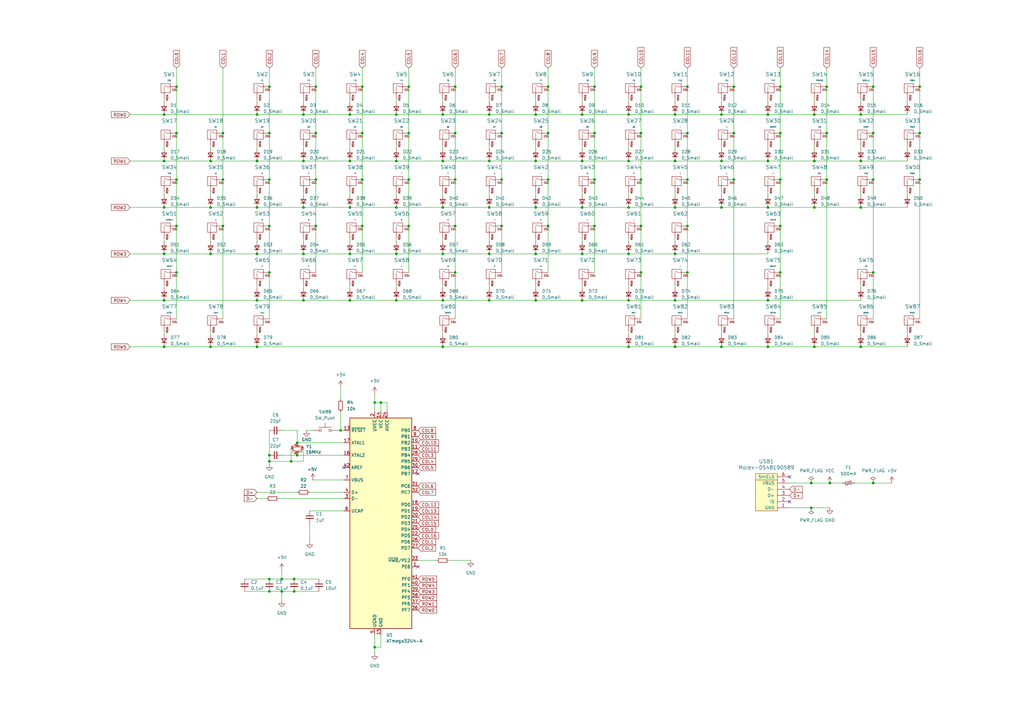
<source format=kicad_sch>
(kicad_sch (version 20231120) (generator "eeschema") (generator_version "8.0")
  (paper "A3")
  (junction (at 332.74 198.12))
  (junction (at 67.31 123.19))
  (junction (at 121.92 181.61))
  (junction (at 238.76 85.09))
  (junction (at 124.46 104.14))
  (junction (at 238.76 46.99))
  (junction (at 186.69 111.76))
  (junction (at 167.64 54.61))
  (junction (at 72.39 73.66))
  (junction (at 276.86 142.24))
  (junction (at 72.39 92.71))
  (junction (at 148.59 92.71))
  (junction (at 339.09 35.56))
  (junction (at 314.96 85.09))
  (junction (at 276.86 66.04))
  (junction (at 148.59 35.56))
  (junction (at 148.59 54.61))
  (junction (at 110.49 242.57))
  (junction (at 181.61 123.19))
  (junction (at 257.81 66.04))
  (junction (at 120.65 242.57))
  (junction (at 181.61 142.24))
  (junction (at 224.79 92.71))
  (junction (at 295.91 85.09))
  (junction (at 238.76 123.19))
  (junction (at 205.74 35.56))
  (junction (at 143.51 85.09))
  (junction (at 243.84 92.71))
  (junction (at 110.49 237.49))
  (junction (at 219.71 85.09))
  (junction (at 167.64 35.56))
  (junction (at 162.56 66.04))
  (junction (at 129.54 73.66))
  (junction (at 181.61 46.99))
  (junction (at 67.31 46.99))
  (junction (at 224.79 54.61))
  (junction (at 224.79 35.56))
  (junction (at 72.39 111.76))
  (junction (at 200.66 66.04))
  (junction (at 320.04 73.66))
  (junction (at 320.04 92.71))
  (junction (at 167.64 92.71))
  (junction (at 186.69 35.56))
  (junction (at 320.04 111.76))
  (junction (at 148.59 73.66))
  (junction (at 281.94 111.76))
  (junction (at 219.71 104.14))
  (junction (at 334.01 142.24))
  (junction (at 377.19 73.66))
  (junction (at 377.19 54.61))
  (junction (at 119.38 189.23))
  (junction (at 162.56 104.14))
  (junction (at 353.06 142.24))
  (junction (at 110.49 111.76))
  (junction (at 300.99 35.56))
  (junction (at 156.21 165.1))
  (junction (at 339.09 73.66))
  (junction (at 334.01 85.09))
  (junction (at 353.06 85.09))
  (junction (at 110.49 189.23))
  (junction (at 281.94 54.61))
  (junction (at 295.91 46.99))
  (junction (at 257.81 123.19))
  (junction (at 358.14 198.12))
  (junction (at 115.57 242.57))
  (junction (at 281.94 92.71))
  (junction (at 129.54 35.56))
  (junction (at 105.41 104.14))
  (junction (at 124.46 46.99))
  (junction (at 353.06 46.99))
  (junction (at 67.31 104.14))
  (junction (at 224.79 73.66))
  (junction (at 300.99 73.66))
  (junction (at 262.89 35.56))
  (junction (at 340.36 198.12))
  (junction (at 143.51 66.04))
  (junction (at 181.61 66.04))
  (junction (at 162.56 85.09))
  (junction (at 72.39 35.56))
  (junction (at 120.65 237.49))
  (junction (at 353.06 66.04))
  (junction (at 300.99 54.61))
  (junction (at 67.31 66.04))
  (junction (at 186.69 73.66))
  (junction (at 86.36 85.09))
  (junction (at 124.46 66.04))
  (junction (at 110.49 186.69))
  (junction (at 332.74 208.28))
  (junction (at 295.91 66.04))
  (junction (at 129.54 54.61))
  (junction (at 143.51 46.99))
  (junction (at 205.74 54.61))
  (junction (at 105.41 85.09))
  (junction (at 91.44 73.66))
  (junction (at 262.89 54.61))
  (junction (at 186.69 54.61))
  (junction (at 153.67 165.1))
  (junction (at 143.51 104.14))
  (junction (at 167.64 73.66))
  (junction (at 358.14 54.61))
  (junction (at 205.74 92.71))
  (junction (at 314.96 123.19))
  (junction (at 281.94 35.56))
  (junction (at 238.76 66.04))
  (junction (at 139.7 176.53))
  (junction (at 219.71 123.19))
  (junction (at 153.67 265.43))
  (junction (at 72.39 54.61))
  (junction (at 121.92 186.69))
  (junction (at 205.74 73.66))
  (junction (at 110.49 92.71))
  (junction (at 276.86 46.99))
  (junction (at 295.91 142.24))
  (junction (at 334.01 66.04))
  (junction (at 243.84 73.66))
  (junction (at 110.49 35.56))
  (junction (at 110.49 54.61))
  (junction (at 281.94 73.66))
  (junction (at 314.96 66.04))
  (junction (at 377.19 35.56))
  (junction (at 320.04 35.56))
  (junction (at 124.46 123.19))
  (junction (at 186.69 92.71))
  (junction (at 162.56 123.19))
  (junction (at 86.36 66.04))
  (junction (at 129.54 92.71))
  (junction (at 314.96 46.99))
  (junction (at 200.66 46.99))
  (junction (at 238.76 104.14))
  (junction (at 262.89 92.71))
  (junction (at 86.36 142.24))
  (junction (at 334.01 46.99))
  (junction (at 358.14 73.66))
  (junction (at 276.86 85.09))
  (junction (at 276.86 123.19))
  (junction (at 105.41 123.19))
  (junction (at 243.84 54.61))
  (junction (at 314.96 142.24))
  (junction (at 91.44 54.61))
  (junction (at 105.41 66.04))
  (junction (at 181.61 85.09))
  (junction (at 115.57 237.49))
  (junction (at 67.31 142.24))
  (junction (at 124.46 85.09))
  (junction (at 257.81 142.24))
  (junction (at 105.41 142.24))
  (junction (at 262.89 73.66))
  (junction (at 162.56 46.99))
  (junction (at 358.14 35.56))
  (junction (at 219.71 46.99))
  (junction (at 320.04 54.61))
  (junction (at 110.49 73.66))
  (junction (at 67.31 85.09))
  (junction (at 262.89 111.76))
  (junction (at 243.84 35.56))
  (junction (at 200.66 123.19))
  (junction (at 143.51 123.19))
  (junction (at 105.41 46.99))
  (junction (at 257.81 104.14))
  (junction (at 86.36 104.14))
  (junction (at 181.61 104.14))
  (junction (at 200.66 104.14))
  (junction (at 257.81 85.09))
  (junction (at 200.66 85.09))
  (junction (at 219.71 66.04))
  (junction (at 91.44 92.71))
  (junction (at 358.14 111.76))
  (junction (at 339.09 54.61))
  (junction (at 276.86 104.14))
  (junction (at 257.81 46.99))
  (no_connect (at 323.85 195.58))
  (no_connect (at 171.45 232.41))
  (no_connect (at 140.97 191.77))
  (no_connect (at 171.45 194.31))
  (no_connect (at 323.85 205.74))
  (wire (pts (xy 300.99 73.66) (xy 300.99 130.81)))
  (wire (pts (xy 124.46 40.64) (xy 124.46 41.91)))
  (wire (pts (xy 67.31 116.84) (xy 67.31 118.11)))
  (wire (pts (xy 224.79 27.94) (xy 224.79 35.56)))
  (wire (pts (xy 67.31 78.74) (xy 67.31 80.01)))
  (wire (pts (xy 153.67 265.43) (xy 153.67 267.97)))
  (wire (pts (xy 186.69 54.61) (xy 186.69 73.66)))
  (wire (pts (xy 91.44 73.66) (xy 91.44 92.71)))
  (wire (pts (xy 186.69 27.94) (xy 186.69 35.56)))
  (wire (pts (xy 358.14 27.94) (xy 358.14 35.56)))
  (wire (pts (xy 181.61 78.74) (xy 181.61 80.01)))
  (wire (pts (xy 314.96 97.79) (xy 314.96 99.06)))
  (wire (pts (xy 320.04 73.66) (xy 320.04 92.71)))
  (wire (pts (xy 167.64 73.66) (xy 167.64 92.71)))
  (wire (pts (xy 139.7 176.53) (xy 140.97 176.53)))
  (wire (pts (xy 139.7 158.75) (xy 139.7 163.83)))
  (wire (pts (xy 120.65 242.57) (xy 130.81 242.57)))
  (wire (pts (xy 153.67 265.43) (xy 156.21 265.43)))
  (wire (pts (xy 110.49 186.69) (xy 110.49 189.23)))
  (wire (pts (xy 100.33 242.57) (xy 110.49 242.57)))
  (wire (pts (xy 238.76 116.84) (xy 238.76 118.11)))
  (wire (pts (xy 340.36 198.12) (xy 345.44 198.12)))
  (wire (pts (xy 148.59 54.61) (xy 148.59 73.66)))
  (wire (pts (xy 314.96 66.04) (xy 334.01 66.04)))
  (wire (pts (xy 262.89 111.76) (xy 262.89 130.81)))
  (wire (pts (xy 339.09 54.61) (xy 339.09 73.66)))
  (wire (pts (xy 200.66 66.04) (xy 219.71 66.04)))
  (wire (pts (xy 186.69 111.76) (xy 186.69 130.81)))
  (wire (pts (xy 162.56 85.09) (xy 181.61 85.09)))
  (wire (pts (xy 276.86 104.14) (xy 314.96 104.14)))
  (wire (pts (xy 128.27 196.85) (xy 140.97 196.85)))
  (wire (pts (xy 334.01 85.09) (xy 353.06 85.09)))
  (wire (pts (xy 334.01 135.89) (xy 334.01 137.16)))
  (wire (pts (xy 86.36 66.04) (xy 105.41 66.04)))
  (wire (pts (xy 334.01 78.74) (xy 334.01 80.01)))
  (wire (pts (xy 314.96 123.19) (xy 353.06 123.19)))
  (wire (pts (xy 281.94 54.61) (xy 281.94 73.66)))
  (wire (pts (xy 72.39 73.66) (xy 72.39 92.71)))
  (wire (pts (xy 276.86 142.24) (xy 295.91 142.24)))
  (wire (pts (xy 115.57 237.49) (xy 120.65 237.49)))
  (wire (pts (xy 295.91 85.09) (xy 314.96 85.09)))
  (wire (pts (xy 276.86 66.04) (xy 295.91 66.04)))
  (wire (pts (xy 110.49 189.23) (xy 110.49 190.5)))
  (wire (pts (xy 358.14 111.76) (xy 358.14 130.81)))
  (wire (pts (xy 53.34 46.99) (xy 67.31 46.99)))
  (wire (pts (xy 181.61 104.14) (xy 200.66 104.14)))
  (wire (pts (xy 372.11 78.74) (xy 372.11 80.01)))
  (wire (pts (xy 372.11 135.89) (xy 372.11 137.16)))
  (wire (pts (xy 72.39 35.56) (xy 72.39 54.61)))
  (wire (pts (xy 224.79 92.71) (xy 224.79 111.76)))
  (wire (pts (xy 243.84 73.66) (xy 243.84 92.71)))
  (wire (pts (xy 115.57 242.57) (xy 115.57 246.38)))
  (wire (pts (xy 67.31 46.99) (xy 105.41 46.99)))
  (wire (pts (xy 67.31 97.79) (xy 67.31 99.06)))
  (wire (pts (xy 86.36 104.14) (xy 105.41 104.14)))
  (wire (pts (xy 186.69 35.56) (xy 186.69 54.61)))
  (wire (pts (xy 219.71 85.09) (xy 238.76 85.09)))
  (wire (pts (xy 110.49 73.66) (xy 110.49 92.71)))
  (wire (pts (xy 320.04 92.71) (xy 320.04 111.76)))
  (wire (pts (xy 353.06 40.64) (xy 353.06 41.91)))
  (wire (pts (xy 156.21 168.91) (xy 156.21 165.1)))
  (wire (pts (xy 162.56 40.64) (xy 162.56 41.91)))
  (wire (pts (xy 257.81 123.19) (xy 276.86 123.19)))
  (wire (pts (xy 121.92 181.61) (xy 140.97 181.61)))
  (wire (pts (xy 238.76 78.74) (xy 238.76 80.01)))
  (wire (pts (xy 124.46 85.09) (xy 143.51 85.09)))
  (wire (pts (xy 162.56 46.99) (xy 181.61 46.99)))
  (wire (pts (xy 162.56 116.84) (xy 162.56 118.11)))
  (wire (pts (xy 115.57 233.68) (xy 115.57 237.49)))
  (wire (pts (xy 314.96 116.84) (xy 314.96 118.11)))
  (wire (pts (xy 314.96 142.24) (xy 334.01 142.24)))
  (wire (pts (xy 156.21 260.35) (xy 156.21 265.43)))
  (wire (pts (xy 377.19 27.94) (xy 377.19 35.56)))
  (wire (pts (xy 320.04 54.61) (xy 320.04 73.66)))
  (wire (pts (xy 181.61 123.19) (xy 200.66 123.19)))
  (wire (pts (xy 127 214.63) (xy 127 222.25)))
  (wire (pts (xy 162.56 78.74) (xy 162.56 80.01)))
  (wire (pts (xy 127 201.93) (xy 140.97 201.93)))
  (wire (pts (xy 300.99 35.56) (xy 300.99 54.61)))
  (wire (pts (xy 67.31 123.19) (xy 105.41 123.19)))
  (wire (pts (xy 162.56 123.19) (xy 181.61 123.19)))
  (wire (pts (xy 243.84 54.61) (xy 243.84 73.66)))
  (wire (pts (xy 105.41 78.74) (xy 105.41 80.01)))
  (wire (pts (xy 224.79 35.56) (xy 224.79 54.61)))
  (wire (pts (xy 353.06 116.84) (xy 353.06 118.11)))
  (wire (pts (xy 295.91 135.89) (xy 295.91 137.16)))
  (wire (pts (xy 67.31 142.24) (xy 86.36 142.24)))
  (wire (pts (xy 105.41 142.24) (xy 181.61 142.24)))
  (wire (pts (xy 148.59 27.94) (xy 148.59 35.56)))
  (wire (pts (xy 219.71 59.69) (xy 219.71 60.96)))
  (wire (pts (xy 353.06 78.74) (xy 353.06 80.01)))
  (wire (pts (xy 262.89 73.66) (xy 262.89 92.71)))
  (wire (pts (xy 200.66 40.64) (xy 200.66 41.91)))
  (wire (pts (xy 200.66 104.14) (xy 219.71 104.14)))
  (wire (pts (xy 105.41 66.04) (xy 124.46 66.04)))
  (wire (pts (xy 300.99 54.61) (xy 300.99 73.66)))
  (wire (pts (xy 200.66 78.74) (xy 200.66 80.01)))
  (wire (pts (xy 181.61 59.69) (xy 181.61 60.96)))
  (wire (pts (xy 120.65 237.49) (xy 130.81 237.49)))
  (wire (pts (xy 110.49 54.61) (xy 110.49 73.66)))
  (wire (pts (xy 314.96 46.99) (xy 334.01 46.99)))
  (wire (pts (xy 86.36 78.74) (xy 86.36 80.01)))
  (wire (pts (xy 257.81 46.99) (xy 276.86 46.99)))
  (wire (pts (xy 143.51 78.74) (xy 143.51 80.01)))
  (wire (pts (xy 105.41 40.64) (xy 105.41 41.91)))
  (wire (pts (xy 129.54 54.61) (xy 129.54 73.66)))
  (wire (pts (xy 377.19 73.66) (xy 377.19 130.81)))
  (wire (pts (xy 119.38 184.15) (xy 119.38 189.23)))
  (wire (pts (xy 156.21 165.1) (xy 158.75 165.1)))
  (wire (pts (xy 200.66 59.69) (xy 200.66 60.96)))
  (wire (pts (xy 53.34 142.24) (xy 67.31 142.24)))
  (wire (pts (xy 295.91 46.99) (xy 314.96 46.99)))
  (wire (pts (xy 339.09 27.94) (xy 339.09 35.56)))
  (wire (pts (xy 200.66 85.09) (xy 219.71 85.09)))
  (wire (pts (xy 358.14 35.56) (xy 358.14 54.61)))
  (wire (pts (xy 219.71 66.04) (xy 238.76 66.04)))
  (wire (pts (xy 238.76 123.19) (xy 257.81 123.19)))
  (wire (pts (xy 129.54 35.56) (xy 129.54 54.61)))
  (wire (pts (xy 181.61 135.89) (xy 181.61 137.16)))
  (wire (pts (xy 186.69 92.71) (xy 186.69 111.76)))
  (wire (pts (xy 314.96 59.69) (xy 314.96 60.96)))
  (wire (pts (xy 105.41 201.93) (xy 121.92 201.93)))
  (wire (pts (xy 219.71 97.79) (xy 219.71 99.06)))
  (wire (pts (xy 124.46 189.23) (xy 119.38 189.23)))
  (wire (pts (xy 276.86 40.64) (xy 276.86 41.91)))
  (wire (pts (xy 353.06 142.24) (xy 372.11 142.24)))
  (wire (pts (xy 110.49 35.56) (xy 110.49 54.61)))
  (wire (pts (xy 219.71 104.14) (xy 238.76 104.14)))
  (wire (pts (xy 276.86 59.69) (xy 276.86 60.96)))
  (wire (pts (xy 314.96 78.74) (xy 314.96 80.01)))
  (wire (pts (xy 167.64 92.71) (xy 167.64 111.76)))
  (wire (pts (xy 323.85 198.12) (xy 332.74 198.12)))
  (wire (pts (xy 320.04 27.94) (xy 320.04 35.56)))
  (wire (pts (xy 86.36 85.09) (xy 105.41 85.09)))
  (wire (pts (xy 243.84 92.71) (xy 243.84 111.76)))
  (wire (pts (xy 143.51 104.14) (xy 162.56 104.14)))
  (wire (pts (xy 105.41 135.89) (xy 105.41 137.16)))
  (wire (pts (xy 257.81 40.64) (xy 257.81 41.91)))
  (wire (pts (xy 162.56 104.14) (xy 181.61 104.14)))
  (wire (pts (xy 205.74 92.71) (xy 205.74 111.76)))
  (wire (pts (xy 334.01 46.99) (xy 353.06 46.99)))
  (wire (pts (xy 115.57 242.57) (xy 120.65 242.57)))
  (wire (pts (xy 67.31 85.09) (xy 86.36 85.09)))
  (wire (pts (xy 53.34 85.09) (xy 67.31 85.09)))
  (wire (pts (xy 110.49 189.23) (xy 119.38 189.23)))
  (wire (pts (xy 262.89 54.61) (xy 262.89 73.66)))
  (wire (pts (xy 257.81 104.14) (xy 276.86 104.14)))
  (wire (pts (xy 114.3 204.47) (xy 140.97 204.47)))
  (wire (pts (xy 105.41 104.14) (xy 124.46 104.14)))
  (wire (pts (xy 143.51 97.79) (xy 143.51 99.06)))
  (wire (pts (xy 257.81 135.89) (xy 257.81 137.16)))
  (wire (pts (xy 181.61 142.24) (xy 257.81 142.24)))
  (wire (pts (xy 148.59 35.56) (xy 148.59 54.61)))
  (wire (pts (xy 105.41 85.09) (xy 124.46 85.09)))
  (wire (pts (xy 124.46 66.04) (xy 143.51 66.04)))
  (wire (pts (xy 372.11 59.69) (xy 372.11 60.96)))
  (wire (pts (xy 181.61 46.99) (xy 200.66 46.99)))
  (wire (pts (xy 281.94 27.94) (xy 281.94 35.56)))
  (wire (pts (xy 153.67 161.29) (xy 153.67 165.1)))
  (wire (pts (xy 181.61 85.09) (xy 200.66 85.09)))
  (wire (pts (xy 334.01 142.24) (xy 353.06 142.24)))
  (wire (pts (xy 200.66 46.99) (xy 219.71 46.99)))
  (wire (pts (xy 295.91 66.04) (xy 314.96 66.04)))
  (wire (pts (xy 143.51 66.04) (xy 162.56 66.04)))
  (wire (pts (xy 110.49 92.71) (xy 110.49 111.76)))
  (wire (pts (xy 281.94 35.56) (xy 281.94 54.61)))
  (wire (pts (xy 353.06 59.69) (xy 353.06 60.96)))
  (wire (pts (xy 143.51 40.64) (xy 143.51 41.91)))
  (wire (pts (xy 110.49 27.94) (xy 110.49 35.56)))
  (wire (pts (xy 262.89 27.94) (xy 262.89 35.56)))
  (wire (pts (xy 295.91 78.74) (xy 295.91 80.01)))
  (wire (pts (xy 124.46 46.99) (xy 143.51 46.99)))
  (wire (pts (xy 124.46 59.69) (xy 124.46 60.96)))
  (wire (pts (xy 200.66 97.79) (xy 200.66 99.06)))
  (wire (pts (xy 300.99 27.94) (xy 300.99 35.56)))
  (wire (pts (xy 238.76 85.09) (xy 257.81 85.09)))
  (wire (pts (xy 262.89 92.71) (xy 262.89 111.76)))
  (wire (pts (xy 334.01 40.64) (xy 334.01 41.91)))
  (wire (pts (xy 129.54 92.71) (xy 129.54 111.76)))
  (wire (pts (xy 105.41 46.99) (xy 124.46 46.99)))
  (wire (pts (xy 219.71 40.64) (xy 219.71 41.91)))
  (wire (pts (xy 276.86 46.99) (xy 295.91 46.99)))
  (wire (pts (xy 200.66 123.19) (xy 219.71 123.19)))
  (wire (pts (xy 377.19 35.56) (xy 377.19 54.61)))
  (wire (pts (xy 121.92 181.61) (xy 121.92 176.53)))
  (wire (pts (xy 320.04 111.76) (xy 320.04 130.81)))
  (wire (pts (xy 238.76 104.14) (xy 257.81 104.14)))
  (wire (pts (xy 53.34 104.14) (xy 67.31 104.14)))
  (wire (pts (xy 323.85 208.28) (xy 332.74 208.28)))
  (wire (pts (xy 334.01 59.69) (xy 334.01 60.96)))
  (wire (pts (xy 276.86 116.84) (xy 276.86 118.11)))
  (wire (pts (xy 105.41 204.47) (xy 109.22 204.47)))
  (wire (pts (xy 205.74 54.61) (xy 205.74 73.66)))
  (wire (pts (xy 339.09 73.66) (xy 339.09 130.81)))
  (wire (pts (xy 129.54 73.66) (xy 129.54 92.71)))
  (wire (pts (xy 276.86 78.74) (xy 276.86 80.01)))
  (wire (pts (xy 334.01 66.04) (xy 353.06 66.04)))
  (wire (pts (xy 143.51 59.69) (xy 143.51 60.96)))
  (wire (pts (xy 129.54 27.94) (xy 129.54 35.56)))
  (wire (pts (xy 339.09 35.56) (xy 339.09 54.61)))
  (wire (pts (xy 350.52 198.12) (xy 358.14 198.12)))
  (wire (pts (xy 257.81 66.04) (xy 276.86 66.04)))
  (wire (pts (xy 377.19 54.61) (xy 377.19 73.66)))
  (wire (pts (xy 224.79 73.66) (xy 224.79 92.71)))
  (wire (pts (xy 105.41 123.19) (xy 124.46 123.19)))
  (wire (pts (xy 205.74 35.56) (xy 205.74 54.61)))
  (wire (pts (xy 86.36 135.89) (xy 86.36 137.16)))
  (wire (pts (xy 372.11 40.64) (xy 372.11 41.91)))
  (wire (pts (xy 219.71 123.19) (xy 238.76 123.19)))
  (wire (pts (xy 219.71 46.99) (xy 238.76 46.99)))
  (wire (pts (xy 162.56 59.69) (xy 162.56 60.96)))
  (wire (pts (xy 124.46 184.15) (xy 124.46 189.23)))
  (wire (pts (xy 238.76 97.79) (xy 238.76 99.06)))
  (wire (pts (xy 238.76 66.04) (xy 257.81 66.04)))
  (wire (pts (xy 243.84 35.56) (xy 243.84 54.61)))
  (wire (pts (xy 224.79 54.61) (xy 224.79 73.66)))
  (wire (pts (xy 110.49 237.49) (xy 115.57 237.49)))
  (wire (pts (xy 257.81 78.74) (xy 257.81 80.01)))
  (wire (pts (xy 91.44 27.94) (xy 91.44 54.61)))
  (wire (pts (xy 295.91 142.24) (xy 314.96 142.24)))
  (wire (pts (xy 67.31 59.69) (xy 67.31 60.96)))
  (wire (pts (xy 124.46 97.79) (xy 124.46 99.06)))
  (wire (pts (xy 257.81 85.09) (xy 276.86 85.09)))
  (wire (pts (xy 320.04 35.56) (xy 320.04 54.61)))
  (wire (pts (xy 281.94 92.71) (xy 281.94 111.76)))
  (wire (pts (xy 219.71 116.84) (xy 219.71 118.11)))
  (wire (pts (xy 158.75 168.91) (xy 158.75 165.1)))
  (wire (pts (xy 86.36 142.24) (xy 105.41 142.24)))
  (wire (pts (xy 110.49 176.53) (xy 110.49 186.69)))
  (wire (pts (xy 353.06 66.04) (xy 372.11 66.04)))
  (wire (pts (xy 121.92 176.53) (xy 115.57 176.53)))
  (wire (pts (xy 314.96 40.64) (xy 314.96 41.91)))
  (wire (pts (xy 153.67 165.1) (xy 156.21 165.1)))
  (wire (pts (xy 295.91 40.64) (xy 295.91 41.91)))
  (wire (pts (xy 124.46 78.74) (xy 124.46 80.01)))
  (wire (pts (xy 181.61 40.64) (xy 181.61 41.91)))
  (wire (pts (xy 110.49 111.76) (xy 110.49 130.81)))
  (wire (pts (xy 205.74 27.94) (xy 205.74 35.56)))
  (wire (pts (xy 67.31 135.89) (xy 67.31 137.16)))
  (wire (pts (xy 276.86 97.79) (xy 276.86 99.06)))
  (wire (pts (xy 138.43 176.53) (xy 139.7 176.53)))
  (wire (pts (xy 257.81 97.79) (xy 257.81 99.06)))
  (wire (pts (xy 353.06 135.89) (xy 353.06 137.16)))
  (wire (pts (xy 162.56 66.04) (xy 181.61 66.04)))
  (wire (pts (xy 105.41 97.79) (xy 105.41 99.06)))
  (wire (pts (xy 148.59 92.71) (xy 148.59 111.76)))
  (wire (pts (xy 332.74 208.28) (xy 340.36 208.28)))
  (wire (pts (xy 276.86 123.19) (xy 314.96 123.19)))
  (wire (pts (xy 143.51 46.99) (xy 162.56 46.99)))
  (wire (pts (xy 143.51 123.19) (xy 162.56 123.19)))
  (wire (pts (xy 358.14 73.66) (xy 358.14 111.76)))
  (wire (pts (xy 200.66 116.84) (xy 200.66 118.11)))
  (wire (pts (xy 86.36 59.69) (xy 86.36 60.96)))
  (wire (pts (xy 100.33 237.49) (xy 110.49 237.49)))
  (wire (pts (xy 105.41 116.84) (xy 105.41 118.11)))
  (wire (pts (xy 127 209.55) (xy 140.97 209.55)))
  (wire (pts (xy 181.61 97.79) (xy 181.61 99.06)))
  (wire (pts (xy 167.64 54.61) (xy 167.64 73.66)))
  (wire (pts (xy 148.59 73.66) (xy 148.59 92.71)))
  (wire (pts (xy 72.39 92.71) (xy 72.39 111.76)))
  (wire (pts (xy 205.74 73.66) (xy 205.74 92.71)))
  (wire (pts (xy 314.96 135.89) (xy 314.96 137.16)))
  (wire (pts (xy 281.94 111.76) (xy 281.94 130.81)))
  (wire (pts (xy 139.7 168.91) (xy 139.7 176.53)))
  (wire (pts (xy 358.14 54.61) (xy 358.14 73.66)))
  (wire (pts (xy 257.81 142.24) (xy 276.86 142.24)))
  (wire (pts (xy 238.76 40.64) (xy 238.76 41.91)))
  (wire (pts (xy 72.39 111.76) (xy 72.39 130.81)))
  (wire (pts (xy 125.73 176.53) (xy 128.27 176.53)))
  (wire (pts (xy 72.39 54.61) (xy 72.39 73.66)))
  (wire (pts (xy 171.45 229.87) (xy 179.07 229.87)))
  (wire (pts (xy 184.15 229.87) (xy 193.04 229.87)))
  (wire (pts (xy 186.69 73.66) (xy 186.69 92.71)))
  (wire (pts (xy 276.86 135.89) (xy 276.86 137.16)))
  (wire (pts (xy 67.31 40.64) (xy 67.31 41.91)))
  (wire (pts (xy 72.39 27.94) (xy 72.39 35.56)))
  (wire (pts (xy 153.67 260.35) (xy 153.67 265.43)))
  (wire (pts (xy 358.14 198.12) (xy 365.76 198.12)))
  (wire (pts (xy 353.06 85.09) (xy 372.11 85.09)))
  (wire (pts (xy 167.64 35.56) (xy 167.64 54.61)))
  (wire (pts (xy 276.86 85.09) (xy 295.91 85.09)))
  (wire (pts (xy 162.56 97.79) (xy 162.56 99.06)))
  (wire (pts (xy 143.51 116.84) (xy 143.51 118.11)))
  (wire (pts (xy 124.46 116.84) (xy 124.46 118.11)))
  (wire (pts (xy 281.94 73.66) (xy 281.94 92.71)))
  (wire (pts (xy 86.36 97.79) (xy 86.36 99.06)))
  (wire (pts (xy 91.44 54.61) (xy 91.44 73.66)))
  (wire (pts (xy 91.44 92.71) (xy 91.44 130.81)))
  (wire (pts (xy 143.51 85.09) (xy 162.56 85.09)))
  (wire (pts (xy 219.71 78.74) (xy 219.71 80.01)))
  (wire (pts (xy 243.84 27.94) (xy 243.84 35.56)))
  (wire (pts (xy 295.91 59.69) (xy 295.91 60.96)))
  (wire (pts (xy 67.31 66.04) (xy 86.36 66.04)))
  (wire (pts (xy 67.31 104.14) (xy 86.36 104.14)))
  (wire (pts (xy 238.76 59.69) (xy 238.76 60.96)))
  (wire (pts (xy 332.74 198.12) (xy 340.36 198.12)))
  (wire (pts (xy 121.92 186.69) (xy 140.97 186.69)))
  (wire (pts (xy 53.34 123.19) (xy 67.31 123.19)))
  (wire (pts (xy 257.81 59.69) (xy 257.81 60.96)))
  (wire (pts (xy 262.89 35.56) (xy 262.89 54.61)))
  (wire (pts (xy 124.46 123.19) (xy 143.51 123.19)))
  (wire (pts (xy 314.96 85.09) (xy 334.01 85.09)))
  (wire (pts (xy 53.34 66.04) (xy 67.31 66.04)))
  (wire (pts (xy 353.06 46.99) (xy 372.11 46.99)))
  (wire (pts (xy 167.64 27.94) (xy 167.64 35.56)))
  (wire (pts (xy 181.61 116.84) (xy 181.61 118.11)))
  (wire (pts (xy 105.41 59.69) (xy 105.41 60.96)))
  (wire (pts (xy 238.76 46.99) (xy 257.81 46.99)))
  (wire (pts (xy 115.57 186.69) (xy 121.92 186.69)))
  (wire (pts (xy 153.67 165.1) (xy 153.67 168.91)))
  (wire (pts (xy 181.61 66.04) (xy 200.66 66.04)))
  (wire (pts (xy 124.46 104.14) (xy 143.51 104.14)))
  (wire (pts (xy 257.81 116.84) (xy 257.81 118.11)))
  (wire (pts (xy 110.49 242.57) (xy 115.57 242.57)))
  (global_label "ROW4" (shape input) (at 171.45 240.03 0) (property "Intersheetrefs" "${INTERSHEET_REFS}" (effects (hide yes))))
  (global_label "COL14" (shape input) (at 171.45 212.09 0) (property "Intersheetrefs" "${INTERSHEET_REFS}" (effects (hide yes))))
  (global_label "ROW5" (shape input) (at 171.45 237.49 0) (property "Intersheetrefs" "${INTERSHEET_REFS}" (effects (hide yes))))
  (global_label "COL4" (shape input) (at 171.45 189.23 0) (property "Intersheetrefs" "${INTERSHEET_REFS}" (effects (hide yes))))
  (global_label "COL7" (shape input) (at 171.45 201.93 0) (property "Intersheetrefs" "${INTERSHEET_REFS}" (effects (hide yes))))
  (global_label "COL14" (shape input) (at 339.09 27.94 90) (property "Intersheetrefs" "${INTERSHEET_REFS}" (effects (hide yes))))
  (global_label "D-" (shape input) (at 105.41 204.47 180) (property "Intersheetrefs" "${INTERSHEET_REFS}" (effects (hide yes))))
  (global_label "COL13" (shape input) (at 320.04 27.94 90) (property "Intersheetrefs" "${INTERSHEET_REFS}" (effects (hide yes))))
  (global_label "COL4" (shape input) (at 148.59 27.94 90) (property "Intersheetrefs" "${INTERSHEET_REFS}" (effects (hide yes))))
  (global_label "COL12" (shape input) (at 300.99 27.94 90) (property "Intersheetrefs" "${INTERSHEET_REFS}" (effects (hide yes))))
  (global_label "ROW0" (shape input) (at 171.45 250.19 0) (property "Intersheetrefs" "${INTERSHEET_REFS}" (effects (hide yes))))
  (global_label "COL10" (shape input) (at 171.45 181.61 0) (property "Intersheetrefs" "${INTERSHEET_REFS}" (effects (hide yes))))
  (global_label "COL11" (shape input) (at 281.94 27.94 90) (property "Intersheetrefs" "${INTERSHEET_REFS}" (effects (hide yes))))
  (global_label "COL8" (shape input) (at 171.45 176.53 0) (property "Intersheetrefs" "${INTERSHEET_REFS}" (effects (hide yes))))
  (global_label "COL3" (shape input) (at 129.54 27.94 90) (property "Intersheetrefs" "${INTERSHEET_REFS}" (effects (hide yes))))
  (global_label "D+" (shape input) (at 105.41 201.93 180) (property "Intersheetrefs" "${INTERSHEET_REFS}" (effects (hide yes))))
  (global_label "COL15" (shape input) (at 171.45 214.63 0) (property "Intersheetrefs" "${INTERSHEET_REFS}" (effects (hide yes))))
  (global_label "ROW3" (shape input) (at 53.34 104.14 180) (property "Intersheetrefs" "${INTERSHEET_REFS}" (effects (hide yes))))
  (global_label "COL11" (shape input) (at 171.45 184.15 0) (property "Intersheetrefs" "${INTERSHEET_REFS}" (effects (hide yes))))
  (global_label "ROW0" (shape input) (at 53.34 46.99 180) (property "Intersheetrefs" "${INTERSHEET_REFS}" (effects (hide yes))))
  (global_label "COL9" (shape input) (at 171.45 179.07 0) (property "Intersheetrefs" "${INTERSHEET_REFS}" (effects (hide yes))))
  (global_label "ROW1" (shape input) (at 53.34 66.04 180) (property "Intersheetrefs" "${INTERSHEET_REFS}" (effects (hide yes))))
  (global_label "ROW3" (shape input) (at 171.45 242.57 0) (property "Intersheetrefs" "${INTERSHEET_REFS}" (effects (hide yes))))
  (global_label "ROW1" (shape input) (at 171.45 247.65 0) (property "Intersheetrefs" "${INTERSHEET_REFS}" (effects (hide yes))))
  (global_label "D+" (shape input) (at 323.85 203.2 0) (property "Intersheetrefs" "${INTERSHEET_REFS}" (effects (hide yes))))
  (global_label "COL6" (shape input) (at 186.69 27.94 90) (property "Intersheetrefs" "${INTERSHEET_REFS}" (effects (hide yes))))
  (global_label "COL7" (shape input) (at 205.74 27.94 90) (property "Intersheetrefs" "${INTERSHEET_REFS}" (effects (hide yes))))
  (global_label "COL12" (shape input) (at 171.45 207.01 0) (property "Intersheetrefs" "${INTERSHEET_REFS}" (effects (hide yes))))
  (global_label "ROW2" (shape input) (at 53.34 85.09 180) (property "Intersheetrefs" "${INTERSHEET_REFS}" (effects (hide yes))))
  (global_label "COL5" (shape input) (at 167.64 27.94 90) (property "Intersheetrefs" "${INTERSHEET_REFS}" (effects (hide yes))))
  (global_label "COL2" (shape input) (at 171.45 224.79 0) (property "Intersheetrefs" "${INTERSHEET_REFS}" (effects (hide yes))))
  (global_label "COL1" (shape input) (at 171.45 222.25 0) (property "Intersheetrefs" "${INTERSHEET_REFS}" (effects (hide yes))))
  (global_label "COL5" (shape input) (at 171.45 191.77 0) (property "Intersheetrefs" "${INTERSHEET_REFS}" (effects (hide yes))))
  (global_label "ROW2" (shape input) (at 171.45 245.11 0) (property "Intersheetrefs" "${INTERSHEET_REFS}" (effects (hide yes))))
  (global_label "COL8" (shape input) (at 224.79 27.94 90) (property "Intersheetrefs" "${INTERSHEET_REFS}" (effects (hide yes))))
  (global_label "COL0" (shape input) (at 72.39 27.94 90) (property "Intersheetrefs" "${INTERSHEET_REFS}" (effects (hide yes))))
  (global_label "COL16" (shape input) (at 377.19 27.94 90) (property "Intersheetrefs" "${INTERSHEET_REFS}" (effects (hide yes))))
  (global_label "COL10" (shape input) (at 262.89 27.94 90) (property "Intersheetrefs" "${INTERSHEET_REFS}" (effects (hide yes))))
  (global_label "COL13" (shape input) (at 171.45 209.55 0) (property "Intersheetrefs" "${INTERSHEET_REFS}" (effects (hide yes))))
  (global_label "COL9" (shape input) (at 243.84 27.94 90) (property "Intersheetrefs" "${INTERSHEET_REFS}" (effects (hide yes))))
  (global_label "COL3" (shape input) (at 171.45 186.69 0) (property "Intersheetrefs" "${INTERSHEET_REFS}" (effects (hide yes))))
  (global_label "COL16" (shape input) (at 171.45 219.71 0) (property "Intersheetrefs" "${INTERSHEET_REFS}" (effects (hide yes))))
  (global_label "COL2" (shape input) (at 110.49 27.94 90) (property "Intersheetrefs" "${INTERSHEET_REFS}" (effects (hide yes))))
  (global_label "COL0" (shape input) (at 171.45 217.17 0) (property "Intersheetrefs" "${INTERSHEET_REFS}" (effects (hide yes))))
  (global_label "ROW4" (shape input) (at 53.34 123.19 180) (property "Intersheetrefs" "${INTERSHEET_REFS}" (effects (hide yes))))
  (global_label "COL15" (shape input) (at 358.14 27.94 90) (property "Intersheetrefs" "${INTERSHEET_REFS}" (effects (hide yes))))
  (global_label "ROW5" (shape input) (at 53.34 142.24 180) (property "Intersheetrefs" "${INTERSHEET_REFS}" (effects (hide yes))))
  (global_label "COL6" (shape input) (at 171.45 199.39 0) (property "Intersheetrefs" "${INTERSHEET_REFS}" (effects (hide yes))))
  (global_label "D-" (shape input) (at 323.85 200.66 0) (property "Intersheetrefs" "${INTERSHEET_REFS}" (effects (hide yes))))
  (global_label "COL1" (shape input) (at 91.44 27.94 90) (property "Intersheetrefs" "${INTERSHEET_REFS}" (effects (hide yes))))
  (symbol (lib_id "Device:D_Small") (at 353.06 82.55 90) (unit 1)
    (property "Reference" "D49" (at 355.6 81.2799 90) (effects (justify right)))
    (property "Value" "D_Small" (at 355.6 83.8199 90) (effects (justify right)))
    (property "Footprint" "Diode_SMD:D_SOD-123" (effects (hide yes)))
    (property "Description" "Diode, small symbol" (effects (hide yes)))
    (property "Sim.Device" "D" (effects (hide yes)))
    (property "Sim.Pins" "1=K 2=A" (effects (hide yes)))
  )
  (symbol (lib_id "MX_Alps_Hybrid:MX-NoLED") (at 87.63 132.08 0) (unit 1)
    (property "Reference" "SW78" (at 88.5252 125.73 0) (effects (font (size 1.524 1.524))))
    (property "Value" "LWIN" (at 88.5252 128.27 0) (effects (font (size 0.508 0.508))))
    (property "Footprint" "Button_Switch_Keyboard:SW_Cherry_MX_1.25u_PCB" (effects (hide yes)))
  )
  (symbol (lib_id "Device:D_Small") (at 334.01 139.7 90) (unit 1)
    (property "Reference" "D85" (at 336.55 138.4299 90) (effects (justify right)))
    (property "Value" "D_Small" (at 336.55 140.9699 90) (effects (justify right)))
    (property "Footprint" "Diode_SMD:D_SOD-123" (effects (hide yes)))
    (property "Description" "Diode, small symbol" (effects (hide yes)))
    (property "Sim.Device" "D" (effects (hide yes)))
    (property "Sim.Pins" "1=K 2=A" (effects (hide yes)))
  )
  (symbol (lib_id "Device:D_Small") (at 257.81 120.65 90) (unit 1)
    (property "Reference" "D73" (at 260.35 119.3799 90) (effects (justify right)))
    (property "Value" "D_Small" (at 260.35 121.9199 90) (effects (justify right)))
    (property "Footprint" "Diode_SMD:D_SOD-123" (effects (hide yes)))
    (property "Description" "Diode, small symbol" (effects (hide yes)))
    (property "Sim.Device" "D" (effects (hide yes)))
    (property "Sim.Pins" "1=K 2=A" (effects (hide yes)))
  )
  (symbol (lib_id "Device:D_Small") (at 276.86 63.5 90) (unit 1)
    (property "Reference" "D28" (at 279.4 62.2299 90) (effects (justify right)))
    (property "Value" "D_Small" (at 279.4 64.7699 90) (effects (justify right)))
    (property "Footprint" "Diode_SMD:D_SOD-123" (effects (hide yes)))
    (property "Description" "Diode, small symbol" (effects (hide yes)))
    (property "Sim.Device" "D" (effects (hide yes)))
    (property "Sim.Pins" "1=K 2=A" (effects (hide yes)))
  )
  (symbol (lib_id "Device:D_Small") (at 334.01 63.5 90) (unit 1)
    (property "Reference" "D31" (at 336.55 62.2299 90) (effects (justify right)))
    (property "Value" "D_Small" (at 336.55 64.7699 90) (effects (justify right)))
    (property "Footprint" "Diode_SMD:D_SOD-123" (effects (hide yes)))
    (property "Description" "Diode, small symbol" (effects (hide yes)))
    (property "Sim.Device" "D" (effects (hide yes)))
    (property "Sim.Pins" "1=K 2=A" (effects (hide yes)))
  )
  (symbol (lib_id "Device:D_Small") (at 105.41 63.5 90) (unit 1)
    (property "Reference" "D19" (at 107.95 62.2299 90) (effects (justify right)))
    (property "Value" "D_Small" (at 107.95 64.7699 90) (effects (justify right)))
    (property "Footprint" "Diode_SMD:D_SOD-123" (effects (hide yes)))
    (property "Description" "Diode, small symbol" (effects (hide yes)))
    (property "Sim.Device" "D" (effects (hide yes)))
    (property "Sim.Pins" "1=K 2=A" (effects (hide yes)))
  )
  (symbol (lib_id "MX_Alps_Hybrid:MX-NoLED") (at 144.78 93.98 0) (unit 1)
    (property "Reference" "SW55" (at 145.6752 87.63 0) (effects (font (size 1.524 1.524))))
    (property "Value" "F" (at 145.6752 90.17 0) (effects (font (size 0.508 0.508))))
    (property "Footprint" "Button_Switch_Keyboard:SW_Cherry_MX_1.00u_PCB" (effects (hide yes)))
  )
  (symbol (lib_id "MX_Alps_Hybrid:MX-NoLED") (at 240.03 36.83 0) (unit 1)
    (property "Reference" "SW9" (at 240.9252 30.48 0) (effects (font (size 1.524 1.524))))
    (property "Value" "F8" (at 240.9252 33.02 0) (effects (font (size 0.508 0.508))))
    (property "Footprint" "Button_Switch_Keyboard:SW_Cherry_MX_1.00u_PCB" (effects (hide yes)))
  )
  (symbol (lib_id "MX_Alps_Hybrid:MX-NoLED") (at 220.98 55.88 0) (unit 1)
    (property "Reference" "SW25" (at 221.8752 49.53 0) (effects (font (size 1.524 1.524))))
    (property "Value" "#8" (at 221.8752 52.07 0) (effects (font (size 0.508 0.508))))
    (property "Footprint" "Button_Switch_Keyboard:SW_Cherry_MX_1.00u_PCB" (effects (hide yes)))
  )
  (symbol (lib_id "Device:D_Small") (at 372.11 44.45 90) (unit 1)
    (property "Reference" "D16" (at 374.65 43.1799 90) (effects (justify right)))
    (property "Value" "D_Small" (at 374.65 45.7199 90) (effects (justify right)))
    (property "Footprint" "Diode_SMD:D_SOD-123" (effects (hide yes)))
    (property "Description" "Diode, small symbol" (effects (hide yes)))
    (property "Sim.Device" "D" (effects (hide yes)))
    (property "Sim.Pins" "1=K 2=A" (effects (hide yes)))
  )
  (symbol (lib_id "MX_Alps_Hybrid:MX-NoLED") (at 106.68 55.88 0) (unit 1)
    (property "Reference" "SW19" (at 107.5752 49.53 0) (effects (font (size 1.524 1.524))))
    (property "Value" "#2" (at 107.5752 52.07 0) (effects (font (size 0.508 0.508))))
    (property "Footprint" "Button_Switch_Keyboard:SW_Cherry_MX_1.00u_PCB" (effects (hide yes)))
  )
  (symbol (lib_id "Device:D_Small") (at 353.06 120.65 90) (unit 1)
    (property "Reference" "D76" (at 355.6 119.3799 90) (effects (justify right)))
    (property "Value" "D_Small" (at 355.6 121.9199 90) (effects (justify right)))
    (property "Footprint" "Diode_SMD:D_SOD-123" (effects (hide yes)))
    (property "Description" "Diode, small symbol" (effects (hide yes)))
    (property "Sim.Device" "D" (effects (hide yes)))
    (property "Sim.Pins" "1=K 2=A" (effects (hide yes)))
  )
  (symbol (lib_id "MCU_Microchip_ATmega:ATmega32U4-A") (at 156.21 214.63 0) (unit 1)
    (property "Reference" "U1" (at 158.4041 260.35 0) (effects (justify left)))
    (property "Value" "ATmega32U4-A" (at 158.4041 262.89 0) (effects (justify left)))
    (property "Footprint" "Package_QFP:TQFP-44_10x10mm_P0.8mm" (effects (hide yes)))
    (property "Datasheet" "http://ww1.microchip.com/downloads/en/DeviceDoc/Atmel-7766-8-bit-AVR-ATmega16U4-32U4_Datasheet.pdf" (effects (hide yes)))
    (property "Description" "16MHz, 32kB Flash, 2.5kB SRAM, 1kB EEPROM, USB 2.0, TQFP-44" (effects (hide yes)))
  )
  (symbol (lib_id "Device:D_Small") (at 86.36 101.6 90) (unit 1)
    (property "Reference" "D52" (at 88.9 100.3299 90) (effects (justify right)))
    (property "Value" "D_Small" (at 88.9 102.8699 90) (effects (justify right)))
    (property "Footprint" "Diode_SMD:D_SOD-123" (effects (hide yes)))
    (property "Description" "Diode, small symbol" (effects (hide yes)))
    (property "Sim.Device" "D" (effects (hide yes)))
    (property "Sim.Pins" "1=K 2=A" (effects (hide yes)))
  )
  (symbol (lib_id "MX_Alps_Hybrid:MX-NoLED") (at 125.73 93.98 0) (unit 1)
    (property "Reference" "SW54" (at 126.6252 87.63 0) (effects (font (size 1.524 1.524))))
    (property "Value" "D" (at 126.6252 90.17 0) (effects (font (size 0.508 0.508))))
    (property "Footprint" "Button_Switch_Keyboard:SW_Cherry_MX_1.00u_PCB" (effects (hide yes)))
  )
  (symbol (lib_id "Device:D_Small") (at 238.76 101.6 90) (unit 1)
    (property "Reference" "D60" (at 241.3 100.3299 90) (effects (justify right)))
    (property "Value" "D_Small" (at 241.3 102.8699 90) (effects (justify right)))
    (property "Footprint" "Diode_SMD:D_SOD-123" (effects (hide yes)))
    (property "Description" "Diode, small symbol" (effects (hide yes)))
    (property "Sim.Device" "D" (effects (hide yes)))
    (property "Sim.Pins" "1=K 2=A" (effects (hide yes)))
  )
  (symbol (lib_id "MX_Alps_Hybrid:MX-NoLED") (at 278.13 74.93 0) (unit 1)
    (property "Reference" "SW45" (at 279.0252 68.58 0) (effects (font (size 1.524 1.524))))
    (property "Value" "[" (at 279.0252 71.12 0) (effects (font (size 0.508 0.508))))
    (property "Footprint" "Button_Switch_Keyboard:SW_Cherry_MX_1.00u_PCB" (effects (hide yes)))
  )
  (symbol (lib_id "MX_Alps_Hybrid:MX-NoLED") (at 316.23 55.88 0) (unit 1)
    (property "Reference" "SW30" (at 317.1252 49.53 0) (effects (font (size 1.524 1.524))))
    (property "Value" "BKSPC" (at 317.1252 52.07 0) (effects (font (size 0.508 0.508))))
    (property "Footprint" "Button_Switch_Keyboard:SW_Cherry_MX_2.00u_PCB" (effects (hide yes)))
  )
  (symbol (lib_id "Device:D_Small") (at 314.96 101.6 90) (unit 1)
    (property "Reference" "D63" (at 317.5 100.3299 90) (effects (justify right)))
    (property "Value" "D_Small" (at 317.5 102.8699 90) (effects (justify right)))
    (property "Footprint" "Diode_SMD:D_SOD-123" (effects (hide yes)))
    (property "Description" "Diode, small symbol" (effects (hide yes)))
    (property "Sim.Device" "D" (effects (hide yes)))
    (property "Sim.Pins" "1=K 2=A" (effects (hide yes)))
  )
  (symbol (lib_id "MX_Alps_Hybrid:MX-NoLED") (at 163.83 93.98 0) (unit 1)
    (property "Reference" "SW56" (at 164.7252 87.63 0) (effects (font (size 1.524 1.524))))
    (property "Value" "G" (at 164.7252 90.17 0) (effects (font (size 0.508 0.508))))
    (property "Footprint" "Button_Switch_Keyboard:SW_Cherry_MX_1.00u_PCB" (effects (hide yes)))
  )
  (symbol (lib_id "Device:D_Small") (at 353.06 44.45 90) (unit 1)
    (property "Reference" "D15" (at 355.6 43.1799 90) (effects (justify right)))
    (property "Value" "D_Small" (at 355.6 45.7199 90) (effects (justify right)))
    (property "Footprint" "Diode_SMD:D_SOD-123" (effects (hide yes)))
    (property "Description" "Diode, small symbol" (effects (hide yes)))
    (property "Sim.Device" "D" (effects (hide yes)))
    (property "Sim.Pins" "1=K 2=A" (effects (hide yes)))
  )
  (symbol (lib_id "Device:D_Small") (at 257.81 82.55 90) (unit 1)
    (property "Reference" "D44" (at 260.35 81.2799 90) (effects (justify right)))
    (property "Value" "D_Small" (at 260.35 83.8199 90) (effects (justify right)))
    (property "Footprint" "Diode_SMD:D_SOD-123" (effects (hide yes)))
    (property "Description" "Diode, small symbol" (effects (hide yes)))
    (property "Sim.Device" "D" (effects (hide yes)))
    (property "Sim.Pins" "1=K 2=A" (effects (hide yes)))
  )
  (symbol (lib_id "MX_Alps_Hybrid:MX-NoLED") (at 259.08 132.08 0) (unit 1)
    (property "Reference" "SW81" (at 259.9752 125.73 0) (effects (font (size 1.524 1.524))))
    (property "Value" "RALT" (at 259.9752 128.27 0) (effects (font (size 0.508 0.508))))
    (property "Footprint" "Button_Switch_Keyboard:SW_Cherry_MX_1.25u_PCB" (effects (hide yes)))
  )
  (symbol (lib_id "Device:D_Small") (at 143.51 63.5 90) (unit 1)
    (property "Reference" "D21" (at 146.05 62.2299 90) (effects (justify right)))
    (property "Value" "D_Small" (at 146.05 64.7699 90) (effects (justify right)))
    (property "Footprint" "Diode_SMD:D_SOD-123" (effects (hide yes)))
    (property "Description" "Diode, small symbol" (effects (hide yes)))
    (property "Sim.Device" "D" (effects (hide yes)))
    (property "Sim.Pins" "1=K 2=A" (effects (hide yes)))
  )
  (symbol (lib_id "MX_Alps_Hybrid:MX-NoLED") (at 220.98 93.98 0) (unit 1)
    (property "Reference" "SW59" (at 221.8752 87.63 0) (effects (font (size 1.524 1.524))))
    (property "Value" "K" (at 221.8752 90.17 0) (effects (font (size 0.508 0.508))))
    (property "Footprint" "Button_Switch_Keyboard:SW_Cherry_MX_1.00u_PCB" (effects (hide yes)))
  )
  (symbol (lib_id "MX_Alps_Hybrid:MX-NoLED") (at 259.08 74.93 0) (unit 1)
    (property "Reference" "SW44" (at 259.9752 68.58 0) (effects (font (size 1.524 1.524))))
    (property "Value" "P" (at 259.9752 71.12 0) (effects (font (size 0.508 0.508))))
    (property "Footprint" "Button_Switch_Keyboard:SW_Cherry_MX_1.00u_PCB" (effects (hide yes)))
  )
  (symbol (lib_id "Device:D_Small") (at 334.01 82.55 90) (unit 1)
    (property "Reference" "D48" (at 336.55 81.2799 90) (effects (justify right)))
    (property "Value" "D_Small" (at 336.55 83.8199 90) (effects (justify right)))
    (property "Footprint" "Diode_SMD:D_SOD-123" (effects (hide yes)))
    (property "Description" "Diode, small symbol" (effects (hide yes)))
    (property "Sim.Device" "D" (effects (hide yes)))
    (property "Sim.Pins" "1=K 2=A" (effects (hide yes)))
  )
  (symbol (lib_id "Device:D_Small") (at 314.96 82.55 90) (unit 1)
    (property "Reference" "D47" (at 317.5 81.2799 90) (effects (justify right)))
    (property "Value" "D_Small" (at 317.5 83.8199 90) (effects (justify right)))
    (property "Footprint" "Diode_SMD:D_SOD-123" (effects (hide yes)))
    (property "Description" "Diode, small symbol" (effects (hide yes)))
    (property "Sim.Device" "D" (effects (hide yes)))
    (property "Sim.Pins" "1=K 2=A" (effects (hide yes)))
  )
  (symbol (lib_id "MX_Alps_Hybrid:MX-NoLED") (at 163.83 36.83 0) (unit 1)
    (property "Reference" "SW5" (at 164.7252 30.48 0) (effects (font (size 1.524 1.524))))
    (property "Value" "F4" (at 164.7252 33.02 0) (effects (font (size 0.508 0.508))))
    (property "Footprint" "Button_Switch_Keyboard:SW_Cherry_MX_1.00u_PCB" (effects (hide yes)))
  )
  (symbol (lib_id "Device:D_Small") (at 200.66 63.5 90) (unit 1)
    (property "Reference" "D24" (at 203.2 62.2299 90) (effects (justify right)))
    (property "Value" "D_Small" (at 203.2 64.7699 90) (effects (justify right)))
    (property "Footprint" "Diode_SMD:D_SOD-123" (effects (hide yes)))
    (property "Description" "Diode, small symbol" (effects (hide yes)))
    (property "Sim.Device" "D" (effects (hide yes)))
    (property "Sim.Pins" "1=K 2=A" (effects (hide yes)))
  )
  (symbol (lib_id "MX_Alps_Hybrid:MX-NoLED") (at 297.18 36.83 0) (unit 1)
    (property "Reference" "SW12" (at 298.0752 30.48 0) (effects (font (size 1.524 1.524))))
    (property "Value" "F11" (at 298.0752 33.02 0) (effects (font (size 0.508 0.508))))
    (property "Footprint" "Button_Switch_Keyboard:SW_Cherry_MX_1.00u_PCB" (effects (hide yes)))
  )
  (symbol (lib_id "Device:D_Small") (at 372.11 139.7 90) (unit 1)
    (property "Reference" "D87" (at 374.65 138.4299 90) (effects (justify right)))
    (property "Value" "D_Small" (at 374.65 140.9699 90) (effects (justify right)))
    (property "Footprint" "Diode_SMD:D_SOD-123" (effects (hide yes)))
    (property "Description" "Diode, small symbol" (effects (hide yes)))
    (property "Sim.Device" "D" (effects (hide yes)))
    (property "Sim.Pins" "1=K 2=A" (effects (hide yes)))
  )
  (symbol (lib_id "Device:D_Small") (at 86.36 82.55 90) (unit 1)
    (property "Reference" "D35" (at 88.9 81.2799 90) (effects (justify right)))
    (property "Value" "D_Small" (at 88.9 83.8199 90) (effects (justify right)))
    (property "Footprint" "Diode_SMD:D_SOD-123" (effects (hide yes)))
    (property "Description" "Diode, small symbol" (effects (hide yes)))
    (property "Sim.Device" "D" (effects (hide yes)))
    (property "Sim.Pins" "1=K 2=A" (effects (hide yes)))
  )
  (symbol (lib_id "MX_Alps_Hybrid:MX-NoLED") (at 182.88 113.03 0) (unit 1)
    (property "Reference" "SW69" (at 183.7752 106.68 0) (effects (font (size 1.524 1.524))))
    (property "Value" "B" (at 183.7752 109.22 0) (effects (font (size 0.508 0.508))))
    (property "Footprint" "Button_Switch_Keyboard:SW_Cherry_MX_1.00u_PCB" (effects (hide yes)))
  )
  (symbol (lib_id "Device:D_Small") (at 372.11 82.55 90) (unit 1)
    (property "Reference" "D50" (at 374.65 81.2799 90) (effects (justify right)))
    (property "Value" "D_Small" (at 374.65 83.8199 90) (effects (justify right)))
    (property "Footprint" "Diode_SMD:D_SOD-123" (effects (hide yes)))
    (property "Description" "Diode, small symbol" (effects (hide yes)))
    (property "Sim.Device" "D" (effects (hide yes)))
    (property "Sim.Pins" "1=K 2=A" (effects (hide yes)))
  )
  (symbol (lib_id "Device:D_Small") (at 200.66 44.45 90) (unit 1)
    (property "Reference" "D7" (at 203.2 43.1799 90) (effects (justify right)))
    (property "Value" "D_Small" (at 203.2 45.7199 90) (effects (justify right)))
    (property "Footprint" "Diode_SMD:D_SOD-123" (effects (hide yes)))
    (property "Description" "Diode, small symbol" (effects (hide yes)))
    (property "Sim.Device" "D" (effects (hide yes)))
    (property "Sim.Pins" "1=K 2=A" (effects (hide yes)))
  )
  (symbol (lib_id "MX_Alps_Hybrid:MX-NoLED") (at 335.28 55.88 0) (unit 1)
    (property "Reference" "SW31" (at 336.1752 49.53 0) (effects (font (size 1.524 1.524))))
    (property "Value" "INS" (at 336.1752 52.07 0) (effects (font (size 0.508 0.508))))
    (property "Footprint" "Button_Switch_Keyboard:SW_Cherry_MX_1.00u_PCB" (effects (hide yes)))
  )
  (symbol (lib_id "Device:D_Small") (at 219.71 101.6 90) (unit 1)
    (property "Reference" "D59" (at 222.25 100.3299 90) (effects (justify right)))
    (property "Value" "D_Small" (at 222.25 102.8699 90) (effects (justify right)))
    (property "Footprint" "Diode_SMD:D_SOD-123" (effects (hide yes)))
    (property "Description" "Diode, small symbol" (effects (hide yes)))
    (property "Sim.Device" "D" (effects (hide yes)))
    (property "Sim.Pins" "1=K 2=A" (effects (hide yes)))
  )
  (symbol (lib_id "Device:D_Small") (at 162.56 120.65 90) (unit 1)
    (property "Reference" "D68" (at 165.1 119.3799 90) (effects (justify right)))
    (property "Value" "D_Small" (at 165.1 121.9199 90) (effects (justify right)))
    (property "Footprint" "Diode_SMD:D_SOD-123" (effects (hide yes)))
    (property "Description" "Diode, small symbol" (effects (hide yes)))
    (property "Sim.Device" "D" (effects (hide yes)))
    (property "Sim.Pins" "1=K 2=A" (effects (hide yes)))
  )
  (symbol (lib_id "Device:D_Small") (at 105.41 101.6 90) (unit 1)
    (property "Reference" "D53" (at 107.95 100.3299 90) (effects (justify right)))
    (property "Value" "D_Small" (at 107.95 102.8699 90) (effects (justify right)))
    (property "Footprint" "Diode_SMD:D_SOD-123" (effects (hide yes)))
    (property "Description" "Diode, small symbol" (effects (hide yes)))
    (property "Sim.Device" "D" (effects (hide yes)))
    (property "Sim.Pins" "1=K 2=A" (effects (hide yes)))
  )
  (symbol (lib_id "MX_Alps_Hybrid:MX-NoLED") (at 278.13 93.98 0) (unit 1)
    (property "Reference" "SW62" (at 279.0252 87.63 0) (effects (font (size 1.524 1.524))))
    (property "Value" "'" (at 279.0252 90.17 0) (effects (font (size 0.508 0.508))))
    (property "Footprint" "Button_Switch_Keyboard:SW_Cherry_MX_1.00u_PCB" (effects (hide yes)))
  )
  (symbol (lib_id "MX_Alps_Hybrid:MX-NoLED") (at 201.93 55.88 0) (unit 1)
    (property "Reference" "SW24" (at 202.8252 49.53 0) (effects (font (size 1.524 1.524))))
    (property "Value" "#7" (at 202.8252 52.07 0) (effects (font (size 0.508 0.508))))
    (property "Footprint" "Button_Switch_Keyboard:SW_Cherry_MX_1.00u_PCB" (effects (hide yes)))
  )
  (symbol (lib_id "Device:D_Small") (at 219.71 120.65 90) (unit 1)
    (property "Reference" "D71" (at 222.25 119.3799 90) (effects (justify right)))
    (property "Value" "D_Small" (at 222.25 121.9199 90) (effects (justify right)))
    (property "Footprint" "Diode_SMD:D_SOD-123" (effects (hide yes)))
    (property "Description" "Diode, small symbol" (effects (hide yes)))
    (property "Sim.Device" "D" (effects (hide yes)))
    (property "Sim.Pins" "1=K 2=A" (effects (hide yes)))
  )
  (symbol (lib_id "MX_Alps_Hybrid:MX-NoLED") (at 163.83 74.93 0) (unit 1)
    (property "Reference" "SW39" (at 164.7252 68.58 0) (effects (font (size 1.524 1.524))))
    (property "Value" "T" (at 164.7252 71.12 0) (effects (font (size 0.508 0.508))))
    (property "Footprint" "Button_Switch_Keyboard:SW_Cherry_MX_1.00u_PCB" (effects (hide yes)))
  )
  (symbol (lib_id "power:+5V") (at 139.7 158.75 0) (unit 1)
    (property "Reference" "#PWR010" (effects (hide yes)))
    (property "Value" "+5V" (at 139.7 153.67 0))
    (property "Description" "Power symbol creates a global label with name \"+5V\"" (effects (hide yes)))
  )
  (symbol (lib_id "Device:D_Small") (at 353.06 63.5 90) (unit 1)
    (property "Reference" "D32" (at 355.6 62.2299 90) (effects (justify right)))
    (property "Value" "D_Small" (at 355.6 64.7699 90) (effects (justify right)))
    (property "Footprint" "Diode_SMD:D_SOD-123" (effects (hide yes)))
    (property "Description" "Diode, small symbol" (effects (hide yes)))
    (property "Sim.Device" "D" (effects (hide yes)))
    (property "Sim.Pins" "1=K 2=A" (effects (hide yes)))
  )
  (symbol (lib_id "MX_Alps_Hybrid:MX-NoLED") (at 259.08 93.98 0) (unit 1)
    (property "Reference" "SW61" (at 259.9752 87.63 0) (effects (font (size 1.524 1.524))))
    (property "Value" ";" (at 259.9752 90.17 0) (effects (font (size 0.508 0.508))))
    (property "Footprint" "Button_Switch_Keyboard:SW_Cherry_MX_1.00u_PCB" (effects (hide yes)))
  )
  (symbol (lib_id "MX_Alps_Hybrid:MX-NoLED") (at 163.83 55.88 0) (unit 1)
    (property "Reference" "SW22" (at 164.7252 49.53 0) (effects (font (size 1.524 1.524))))
    (property "Value" "#5" (at 164.7252 52.07 0) (effects (font (size 0.508 0.508))))
    (property "Footprint" "Button_Switch_Keyboard:SW_Cherry_MX_1.00u_PCB" (effects (hide yes)))
  )
  (symbol (lib_id "power:+5V") (at 115.57 233.68 0) (unit 1)
    (property "Reference" "#PWR06" (effects (hide yes)))
    (property "Value" "+5V" (at 115.57 228.6 0))
    (property "Description" "Power symbol creates a global label with name \"+5V\"" (effects (hide yes)))
  )
  (symbol (lib_id "Device:D_Small") (at 200.66 120.65 90) (unit 1)
    (property "Reference" "D70" (at 203.2 119.3799 90) (effects (justify right)))
    (property "Value" "D_Small" (at 203.2 121.9199 90) (effects (justify right)))
    (property "Footprint" "Diode_SMD:D_SOD-123" (effects (hide yes)))
    (property "Description" "Diode, small symbol" (effects (hide yes)))
    (property "Sim.Device" "D" (effects (hide yes)))
    (property "Sim.Pins" "1=K 2=A" (effects (hide yes)))
  )
  (symbol (lib_id "MX_Alps_Hybrid:MX-NoLED") (at 240.03 93.98 0) (unit 1)
    (property "Reference" "SW60" (at 240.9252 87.63 0) (effects (font (size 1.524 1.524))))
    (property "Value" "L" (at 240.9252 90.17 0) (effects (font (size 0.508 0.508))))
    (property "Footprint" "Button_Switch_Keyboard:SW_Cherry_MX_1.00u_PCB" (effects (hide yes)))
  )
  (symbol (lib_id "MX_Alps_Hybrid:MX-NoLED") (at 68.58 55.88 0) (unit 1)
    (property "Reference" "SW17" (at 69.4752 49.53 0) (effects (font (size 1.524 1.524))))
    (property "Value" "`" (at 69.4752 52.07 0) (effects (font (size 0.508 0.508))))
    (property "Footprint" "Button_Switch_Keyboard:SW_Cherry_MX_1.00u_PCB" (effects (hide yes)))
  )
  (symbol (lib_id "MX_Alps_Hybrid:MX-NoLED") (at 297.18 132.08 0) (unit 1)
    (property "Reference" "SW83" (at 298.0752 125.73 0) (effects (font (size 1.524 1.524))))
    (property "Value" "MENU" (at 298.0752 128.27 0) (effects (font (size 0.508 0.508))))
    (property "Footprint" "Button_Switch_Keyboard:SW_Cherry_MX_1.25u_PCB" (effects (hide yes)))
  )
  (symbol (lib_id "Device:D_Small") (at 124.46 120.65 90) (unit 1)
    (property "Reference" "D66" (at 127 119.3799 90) (effects (justify right)))
    (property "Value" "D_Small" (at 127 121.9199 90) (effects (justify right)))
    (property "Footprint" "Diode_SMD:D_SOD-123" (effects (hide yes)))
    (property "Description" "Diode, small symbol" (effects (hide yes)))
    (property "Sim.Device" "D" (effects (hide yes)))
    (property "Sim.Pins" "1=K 2=A" (effects (hide yes)))
  )
  (symbol (lib_id "MX_Alps_Hybrid:MX-NoLED") (at 259.08 55.88 0) (unit 1)
    (property "Reference" "SW27" (at 259.9752 49.53 0) (effects (font (size 1.524 1.524))))
    (property "Value" "#0" (at 259.9752 52.07 0) (effects (font (size 0.508 0.508))))
    (property "Footprint" "Button_Switch_Keyboard:SW_Cherry_MX_1.00u_PCB" (effects (hide yes)))
  )
  (symbol (lib_id "power:+5V") (at 128.27 196.85 0) (unit 1)
    (property "Reference" "#PWR07" (effects (hide yes)))
    (property "Value" "+5V" (at 128.016 192.532 0))
    (property "Description" "Power symbol creates a global label with name \"+5V\"" (effects (hide yes)))
  )
  (symbol (lib_id "Device:D_Small") (at 124.46 101.6 90) (unit 1)
    (property "Reference" "D54" (at 127 100.3299 90) (effects (justify right)))
    (property "Value" "D_Small" (at 127 102.8699 90) (effects (justify right)))
    (property "Footprint" "Diode_SMD:D_SOD-123" (effects (hide yes)))
    (property "Description" "Diode, small symbol" (effects (hide yes)))
    (property "Sim.Device" "D" (effects (hide yes)))
    (property "Sim.Pins" "1=K 2=A" (effects (hide yes)))
  )
  (symbol (lib_id "MX_Alps_Hybrid:MX-NoLED") (at 373.38 74.93 0) (unit 1)
    (property "Reference" "SW50" (at 374.2752 68.58 0) (effects (font (size 1.524 1.524))))
    (property "Value" "PGDN" (at 374.2752 71.12 0) (effects (font (size 0.508 0.508))))
    (property "Footprint" "Button_Switch_Keyboard:SW_Cherry_MX_1.00u_PCB" (effects (hide yes)))
  )
  (symbol (lib_id "Device:D_Small") (at 353.06 139.7 90) (unit 1)
    (property "Reference" "D86" (at 355.6 138.4299 90) (effects (justify right)))
    (property "Value" "D_Small" (at 355.6 140.9699 90) (effects (justify right)))
    (property "Footprint" "Diode_SMD:D_SOD-123" (effects (hide yes)))
    (property "Description" "Diode, small symbol" (effects (hide yes)))
    (property "Sim.Device" "D" (effects (hide yes)))
    (property "Sim.Pins" "1=K 2=A" (effects (hide yes)))
  )
  (symbol (lib_id "MX_Alps_Hybrid:MX-NoLED") (at 316.23 74.93 0) (unit 1)
    (property "Reference" "SW47" (at 317.1252 68.58 0) (effects (font (size 1.524 1.524))))
    (property "Value" "\\" (at 317.1252 71.12 0) (effects (font (size 0.508 0.508))))
    (property "Footprint" "Button_Switch_Keyboard:SW_Cherry_MX_1.50u_PCB" (effects (hide yes)))
  )
  (symbol (lib_id "Device:D_Small") (at 219.71 44.45 90) (unit 1)
    (property "Reference" "D8" (at 222.25 43.1799 90) (effects (justify right)))
    (property "Value" "D_Small" (at 222.25 45.7199 90) (effects (justify right)))
    (property "Footprint" "Diode_SMD:D_SOD-123" (effects (hide yes)))
    (property "Description" "Diode, small symbol" (effects (hide yes)))
    (property "Sim.Device" "D" (effects (hide yes)))
    (property "Sim.Pins" "1=K 2=A" (effects (hide yes)))
  )
  (symbol (lib_id "Device:D_Small") (at 162.56 82.55 90) (unit 1)
    (property "Reference" "D39" (at 165.1 81.2799 90) (effects (justify right)))
    (property "Value" "D_Small" (at 165.1 83.8199 90) (effects (justify right)))
    (property "Footprint" "Diode_SMD:D_SOD-123" (effects (hide yes)))
    (property "Description" "Diode, small symbol" (effects (hide yes)))
    (property "Sim.Device" "D" (effects (hide yes)))
    (property "Sim.Pins" "1=K 2=A" (effects (hide yes)))
  )
  (symbol (lib_id "MX_Alps_Hybrid:MX-NoLED") (at 182.88 36.83 0) (unit 1)
    (property "Reference" "SW6" (at 183.7752 30.48 0) (effects (font (size 1.524 1.524))))
    (property "Value" "F5" (at 183.7752 33.02 0) (effects (font (size 0.508 0.508))))
    (property "Footprint" "Button_Switch_Keyboard:SW_Cherry_MX_1.00u_PCB" (effects (hide yes)))
  )
  (symbol (lib_id "MX_Alps_Hybrid:MX-NoLED") (at 278.13 55.88 0) (unit 1)
    (property "Reference" "SW28" (at 279.0252 49.53 0) (effects (font (size 1.524 1.524))))
    (property "Value" "-" (at 279.0252 52.07 0) (effects (font (size 0.508 0.508))))
    (property "Footprint" "Button_Switch_Keyboard:SW_Cherry_MX_1.00u_PCB" (effects (hide yes)))
  )
  (symbol (lib_id "Device:D_Small") (at 219.71 82.55 90) (unit 1)
    (property "Reference" "D42" (at 222.25 81.2799 90) (effects (justify right)))
    (property "Value" "D_Small" (at 222.25 83.8199 90) (effects (justify right)))
    (property "Footprint" "Diode_SMD:D_SOD-123" (effects (hide yes)))
    (property "Description" "Diode, small symbol" (effects (hide yes)))
    (property "Sim.Device" "D" (effects (hide yes)))
    (property "Sim.Pins" "1=K 2=A" (effects (hide yes)))
  )
  (symbol (lib_id "MX_Alps_Hybrid:MX-NoLED") (at 354.33 132.08 0) (unit 1)
    (property "Reference" "SW86" (at 355.2252 125.73 0) (effects (font (size 1.524 1.524))))
    (property "Value" "DOWN" (at 355.2252 128.27 0) (effects (font (size 0.508 0.508))))
    (property "Footprint" "Button_Switch_Keyboard:SW_Cherry_MX_1.00u_PCB" (effects (hide yes)))
  )
  (symbol (lib_id "Device:D_Small") (at 67.31 82.55 90) (unit 1)
    (property "Reference" "D34" (at 69.85 81.2799 90) (effects (justify right)))
    (property "Value" "D_Small" (at 69.85 83.8199 90) (effects (justify right)))
    (property "Footprint" "Diode_SMD:D_SOD-123" (effects (hide yes)))
    (property "Description" "Diode, small symbol" (effects (hide yes)))
    (property "Sim.Device" "D" (effects (hide yes)))
    (property "Sim.Pins" "1=K 2=A" (effects (hide yes)))
  )
  (symbol (lib_id "Device:D_Small") (at 143.51 82.55 90) (unit 1)
    (property "Reference" "D38" (at 146.05 81.2799 90) (effects (justify right)))
    (property "Value" "D_Small" (at 146.05 83.8199 90) (effects (justify right)))
    (property "Footprint" "Diode_SMD:D_SOD-123" (effects (hide yes)))
    (property "Description" "Diode, small symbol" (effects (hide yes)))
    (property "Sim.Device" "D" (effects (hide yes)))
    (property "Sim.Pins" "1=K 2=A" (effects (hide yes)))
  )
  (symbol (lib_id "MX_Alps_Hybrid:MX-NoLED") (at 201.93 36.83 0) (unit 1)
    (property "Reference" "SW7" (at 202.8252 30.48 0) (effects (font (size 1.524 1.524))))
    (property "Value" "F6" (at 202.8252 33.02 0) (effects (font (size 0.508 0.508))))
    (property "Footprint" "Button_Switch_Keyboard:SW_Cherry_MX_1.00u_PCB" (effects (hide yes)))
  )
  (symbol (lib_id "MX_Alps_Hybrid:MX-NoLED") (at 354.33 74.93 0) (unit 1)
    (property "Reference" "SW49" (at 355.2252 68.58 0) (effects (font (size 1.524 1.524))))
    (property "Value" "END" (at 355.2252 71.12 0) (effects (font (size 0.508 0.508))))
    (property "Footprint" "Button_Switch_Keyboard:SW_Cherry_MX_1.00u_PCB" (effects (hide yes)))
  )
  (symbol (lib_id "power:GND") (at 125.73 176.53 0) (unit 1)
    (property "Reference" "#PWR09" (effects (hide yes)))
    (property "Value" "GND" (at 125.73 180.34 0))
    (property "Description" "Power symbol creates a global label with name \"GND\" , ground" (effects (hide yes)))
  )
  (symbol (lib_id "power:GND") (at 127 222.25 0) (unit 1)
    (property "Reference" "#PWR04" (effects (hide yes)))
    (property "Value" "GND" (at 127 227.33 0))
    (property "Description" "Power symbol creates a global label with name \"GND\" , ground" (effects (hide yes)))
  )
  (symbol (lib_id "MX_Alps_Hybrid:MX-NoLED") (at 297.18 74.93 0) (unit 1)
    (property "Reference" "SW46" (at 298.0752 68.58 0) (effects (font (size 1.524 1.524))))
    (property "Value" "]" (at 298.0752 71.12 0) (effects (font (size 0.508 0.508))))
    (property "Footprint" "Button_Switch_Keyboard:SW_Cherry_MX_1.00u_PCB" (effects (hide yes)))
  )
  (symbol (lib_id "MX_Alps_Hybrid:MX-NoLED") (at 68.58 74.93 0) (unit 1)
    (property "Reference" "SW34" (at 69.4752 68.58 0) (effects (font (size 1.524 1.524))))
    (property "Value" "TAB" (at 69.4752 71.12 0) (effects (font (size 0.508 0.508))))
    (property "Footprint" "Button_Switch_Keyboard:SW_Cherry_MX_1.50u_PCB" (effects (hide yes)))
  )
  (symbol (lib_id "Device:D_Small") (at 276.86 44.45 90) (unit 1)
    (property "Reference" "D11" (at 279.4 43.1799 90) (effects (justify right)))
    (property "Value" "D_Small" (at 279.4 45.7199 90) (effects (justify right)))
    (property "Footprint" "Diode_SMD:D_SOD-123" (effects (hide yes)))
    (property "Description" "Diode, small symbol" (effects (hide yes)))
    (property "Sim.Device" "D" (effects (hide yes)))
    (property "Sim.Pins" "1=K 2=A" (effects (hide yes)))
  )
  (symbol (lib_id "Device:D_Small") (at 181.61 101.6 90) (unit 1)
    (property "Reference" "D57" (at 184.15 100.3299 90) (effects (justify right)))
    (property "Value" "D_Small" (at 184.15 102.8699 90) (effects (justify right)))
    (property "Footprint" "Diode_SMD:D_SOD-123" (effects (hide yes)))
    (property "Description" "Diode, small symbol" (effects (hide yes)))
    (property "Sim.Device" "D" (effects (hide yes)))
    (property "Sim.Pins" "1=K 2=A" (effects (hide yes)))
  )
  (symbol (lib_id "random-keyboard-parts:Molex-0548190589") (at 316.23 203.2 90) (unit 1)
    (property "Reference" "USB1" (at 314.325 189.23 90) (effects (font (size 1.524 1.524))))
    (property "Value" "Molex-0548190589" (at 314.325 191.77 90) (effects (font (size 1.524 1.524))))
    (property "Footprint" "random-keyboard-parts:Molex-0548190589" (effects (hide yes)))
  )
  (symbol (lib_id "MX_Alps_Hybrid:MX-NoLED") (at 106.68 74.93 0) (unit 1)
    (property "Reference" "SW36" (at 107.5752 68.58 0) (effects (font (size 1.524 1.524))))
    (property "Value" "W" (at 107.5752 71.12 0) (effects (font (size 0.508 0.508))))
    (property "Footprint" "Button_Switch_Keyboard:SW_Cherry_MX_1.00u_PCB" (effects (hide yes)))
  )
  (symbol (lib_id "MX_Alps_Hybrid:MX-NoLED") (at 316.23 36.83 0) (unit 1)
    (property "Reference" "SW13" (at 317.1252 30.48 0) (effects (font (size 1.524 1.524))))
    (property "Value" "F12" (at 317.1252 33.02 0) (effects (font (size 0.508 0.508))))
    (property "Footprint" "Button_Switch_Keyboard:SW_Cherry_MX_1.00u_PCB" (effects (hide yes)))
  )
  (symbol (lib_id "Device:D_Small") (at 181.61 44.45 90) (unit 1)
    (property "Reference" "D6" (at 184.15 43.1799 90) (effects (justify right)))
    (property "Value" "D_Small" (at 184.15 45.7199 90) (effects (justify right)))
    (property "Footprint" "Diode_SMD:D_SOD-123" (effects (hide yes)))
    (property "Description" "Diode, small symbol" (effects (hide yes)))
    (property "Sim.Device" "D" (effects (hide yes)))
    (property "Sim.Pins" "1=K 2=A" (effects (hide yes)))
  )
  (symbol (lib_id "Device:C_Small") (at 120.65 240.03 0) (unit 1)
    (property "Reference" "C4" (at 123.19 238.7662 0) (effects (justify left)))
    (property "Value" "0.1uF" (at 123.19 241.3062 0) (effects (justify left)))
    (property "Footprint" "Capacitor_SMD:C_0805_2012Metric_Pad1.18x1.45mm_HandSolder" (effects (hide yes)))
    (property "Description" "Unpolarized capacitor, small symbol" (effects (hide yes)))
  )
  (symbol (lib_id "MX_Alps_Hybrid:MX-NoLED") (at 240.03 113.03 0) (unit 1)
    (property "Reference" "SW72" (at 240.9252 106.68 0) (effects (font (size 1.524 1.524))))
    (property "Value" "," (at 240.9252 109.22 0) (effects (font (size 0.508 0.508))))
    (property "Footprint" "Button_Switch_Keyboard:SW_Cherry_MX_1.00u_PCB" (effects (hide yes)))
  )
  (symbol (lib_id "MX_Alps_Hybrid:MX-NoLED") (at 316.23 113.03 0) (unit 1)
    (property "Reference" "SW75" (at 317.1252 106.68 0) (effects (font (size 1.524 1.524))))
    (property "Value" "RSHIFT" (at 317.1252 109.22 0) (effects (font (size 0.508 0.508))))
    (property "Footprint" "Button_Switch_Keyboard:SW_Cherry_MX_2.75u_PCB" (effects (hide yes)))
  )
  (symbol (lib_id "MX_Alps_Hybrid:MX-NoLED") (at 354.33 113.03 0) (unit 1)
    (property "Reference" "SW76" (at 355.2252 106.68 0) (effects (font (size 1.524 1.524))))
    (property "Value" "UP" (at 355.2252 109.22 0) (effects (font (size 0.508 0.508))))
    (property "Footprint" "Button_Switch_Keyboard:SW_Cherry_MX_1.00u_PCB" (effects (hide yes)))
  )
  (symbol (lib_id "Device:D_Small") (at 124.46 63.5 90) (unit 1)
    (property "Reference" "D20" (at 127 62.2299 90) (effects (justify right)))
    (property "Value" "D_Small" (at 127 64.7699 90) (effects (justify right)))
    (property "Footprint" "Diode_SMD:D_SOD-123" (effects (hide yes)))
    (property "Description" "Diode, small symbol" (effects (hide yes)))
    (property "Sim.Device" "D" (effects (hide yes)))
    (property "Sim.Pins" "1=K 2=A" (effects (hide yes)))
  )
  (symbol (lib_id "Device:Crystal_GND24_Small") (at 121.92 184.15 270) (unit 1)
    (property "Reference" "Y1" (at 126.746 183.134 90))
    (property "Value" "16MHz" (at 128.524 185.42 90))
    (property "Footprint" "Crystal:Crystal_SMD_3225-4Pin_3.2x2.5mm_HandSoldering" (effects (hide yes)))
    (property "Description" "Four pin crystal, GND on pins 2 and 4, small symbol" (effects (hide yes)))
  )
  (symbol (lib_id "Device:D_Small") (at 181.61 63.5 90) (unit 1)
    (property "Reference" "D23" (at 184.15 62.2299 90) (effects (justify right)))
    (property "Value" "D_Small" (at 184.15 64.7699 90) (effects (justify right)))
    (property "Footprint" "Diode_SMD:D_SOD-123" (effects (hide yes)))
    (property "Description" "Diode, small symbol" (effects (hide yes)))
    (property "Sim.Device" "D" (effects (hide yes)))
    (property "Sim.Pins" "1=K 2=A" (effects (hide yes)))
  )
  (symbol (lib_id "Device:Polyfuse_Small") (at 347.98 198.12 270) (unit 1)
    (property "Reference" "F1" (at 347.98 191.77 90))
    (property "Value" "500mA" (at 347.98 194.31 90))
    (property "Footprint" "Fuse:Fuse_1206_3216Metric_Pad1.42x1.75mm_HandSolder" (effects (hide yes)))
    (property "Description" "Resettable fuse, polymeric positive temperature coefficient, small symbol" (effects (hide yes)))
  )
  (symbol (lib_id "Device:D_Small") (at 162.56 44.45 90) (unit 1)
    (property "Reference" "D5" (at 165.1 43.1799 90) (effects (justify right)))
    (property "Value" "D_Small" (at 165.1 45.7199 90) (effects (justify right)))
    (property "Footprint" "Diode_SMD:D_SOD-123" (effects (hide yes)))
    (property "Description" "Diode, small symbol" (effects (hide yes)))
    (property "Sim.Device" "D" (effects (hide yes)))
    (property "Sim.Pins" "1=K 2=A" (effects (hide yes)))
  )
  (symbol (lib_id "power:GND") (at 153.67 267.97 0) (unit 1)
    (property "Reference" "#PWR02" (effects (hide yes)))
    (property "Value" "GND" (at 153.67 273.05 0))
    (property "Description" "Power symbol creates a global label with name \"GND\" , ground" (effects (hide yes)))
  )
  (symbol (lib_id "Device:D_Small") (at 314.96 63.5 90) (unit 1)
    (property "Reference" "D30" (at 317.5 62.2299 90) (effects (justify right)))
    (property "Value" "D_Small" (at 317.5 64.7699 90) (effects (justify right)))
    (property "Footprint" "Diode_SMD:D_SOD-123" (effects (hide yes)))
    (property "Description" "Diode, small symbol" (effects (hide yes)))
    (property "Sim.Device" "D" (effects (hide yes)))
    (property "Sim.Pins" "1=K 2=A" (effects (hide yes)))
  )
  (symbol (lib_id "Device:D_Small") (at 276.86 120.65 90) (unit 1)
    (property "Reference" "D74" (at 279.4 119.3799 90) (effects (justify right)))
    (property "Value" "D_Small" (at 279.4 121.9199 90) (effects (justify right)))
    (property "Footprint" "Diode_SMD:D_SOD-123" (effects (hide yes)))
    (property "Description" "Diode, small symbol" (effects (hide yes)))
    (property "Sim.Device" "D" (effects (hide yes)))
    (property "Sim.Pins" "1=K 2=A" (effects (hide yes)))
  )
  (symbol (lib_id "MX_Alps_Hybrid:MX-NoLED") (at 373.38 132.08 0) (unit 1)
    (property "Reference" "SW87" (at 374.2752 125.73 0) (effects (font (size 1.524 1.524))))
    (property "Value" "RIGHT" (at 374.2752 128.27 0) (effects (font (size 0.508 0.508))))
    (property "Footprint" "Button_Switch_Keyboard:SW_Cherry_MX_1.00u_PCB" (effects (hide yes)))
  )
  (symbol (lib_id "MX_Alps_Hybrid:MX-NoLED") (at 354.33 55.88 0) (unit 1)
    (property "Reference" "SW32" (at 355.2252 49.53 0) (effects (font (size 1.524 1.524))))
    (property "Value" "HOME" (at 355.2252 52.07 0) (effects (font (size 0.508 0.508))))
    (property "Footprint" "Button_Switch_Keyboard:SW_Cherry_MX_1.00u_PCB" (effects (hide yes)))
  )
  (symbol (lib_id "Device:C_Small") (at 110.49 240.03 0) (unit 1)
    (property "Reference" "C3" (at 113.03 238.7662 0) (effects (justify left)))
    (property "Value" "0.1uF" (at 113.03 241.3062 0) (effects (justify left)))
    (property "Footprint" "Capacitor_SMD:C_0805_2012Metric_Pad1.18x1.45mm_HandSolder" (effects (hide yes)))
    (property "Description" "Unpolarized capacitor, small symbol" (effects (hide yes)))
  )
  (symbol (lib_id "Device:D_Small") (at 219.71 63.5 90) (unit 1)
    (property "Reference" "D25" (at 222.25 62.2299 90) (effects (justify right)))
    (property "Value" "D_Small" (at 222.25 64.7699 90) (effects (justify right)))
    (property "Footprint" "Diode_SMD:D_SOD-123" (effects (hide yes)))
    (property "Description" "Diode, small symbol" (effects (hide yes)))
    (property "Sim.Device" "D" (effects (hide yes)))
    (property "Sim.Pins" "1=K 2=A" (effects (hide yes)))
  )
  (symbol (lib_id "power:GND") (at 340.36 208.28 0) (unit 1)
    (property "Reference" "#PWR013" (effects (hide yes)))
    (property "Value" "GND" (at 340.36 213.36 0))
    (property "Description" "Power symbol creates a global label with name \"GND\" , ground" (effects (hide yes)))
  )
  (symbol (lib_id "Device:D_Small") (at 181.61 82.55 90) (unit 1)
    (property "Reference" "D40" (at 184.15 81.2799 90) (effects (justify right)))
    (property "Value" "D_Small" (at 184.15 83.8199 90) (effects (justify right)))
    (property "Footprint" "Diode_SMD:D_SOD-123" (effects (hide yes)))
    (property "Description" "Diode, small symbol" (effects (hide yes)))
    (property "Sim.Device" "D" (effects (hide yes)))
    (property "Sim.Pins" "1=K 2=A" (effects (hide yes)))
  )
  (symbol (lib_id "Device:D_Small") (at 276.86 101.6 90) (unit 1)
    (property "Reference" "D62" (at 279.4 100.3299 90) (effects (justify right)))
    (property "Value" "D_Small" (at 279.4 102.8699 90) (effects (justify right)))
    (property "Footprint" "Diode_SMD:D_SOD-123" (effects (hide yes)))
    (property "Description" "Diode, small symbol" (effects (hide yes)))
    (property "Sim.Device" "D" (effects (hide yes)))
    (property "Sim.Pins" "1=K 2=A" (effects (hide yes)))
  )
  (symbol (lib_id "Device:D_Small") (at 238.76 63.5 90) (unit 1)
    (property "Reference" "D26" (at 241.3 62.2299 90) (effects (justify right)))
    (property "Value" "D_Small" (at 241.3 64.7699 90) (effects (justify right)))
    (property "Footprint" "Diode_SMD:D_SOD-123" (effects (hide yes)))
    (property "Description" "Diode, small symbol" (effects (hide yes)))
    (property "Sim.Device" "D" (effects (hide yes)))
    (property "Sim.Pins" "1=K 2=A" (effects (hide yes)))
  )
  (symbol (lib_id "MX_Alps_Hybrid:MX-NoLED") (at 335.28 36.83 0) (unit 1)
    (property "Reference" "SW14" (at 336.1752 30.48 0) (effects (font (size 1.524 1.524))))
    (property "Value" "PRNTSC" (at 336.1752 33.02 0) (effects (font (size 0.508 0.508))))
    (property "Footprint" "Button_Switch_Keyboard:SW_Cherry_MX_1.00u_PCB" (effects (hide yes)))
  )
  (symbol (lib_id "power:PWR_FLAG") (at 332.74 198.12 0) (unit 1)
    (property "Reference" "#FLG01" (effects (hide yes)))
    (property "Value" "PWR_FLAG" (at 332.74 193.04 0))
    (property "Description" "Special symbol for telling ERC where power comes from" (effects (hide yes)))
  )
  (symbol (lib_id "MX_Alps_Hybrid:MX-NoLED") (at 278.13 132.08 0) (unit 1)
    (property "Reference" "SW82" (at 279.0252 125.73 0) (effects (font (size 1.524 1.524))))
    (property "Value" "RWIN" (at 279.0252 128.27 0) (effects (font (size 0.508 0.508))))
    (property "Footprint" "Button_Switch_Keyboard:SW_Cherry_MX_1.25u_PCB" (effects (hide yes)))
  )
  (symbol (lib_id "MX_Alps_Hybrid:MX-NoLED") (at 201.93 113.03 0) (unit 1)
    (property "Reference" "SW70" (at 202.8252 106.68 0) (effects (font (size 1.524 1.524))))
    (property "Value" "N" (at 202.8252 109.22 0) (effects (font (size 0.508 0.508))))
    (property "Footprint" "Button_Switch_Keyboard:SW_Cherry_MX_1.00u_PCB" (effects (hide yes)))
  )
  (symbol (lib_id "MX_Alps_Hybrid:MX-NoLED") (at 125.73 113.03 0) (unit 1)
    (property "Reference" "SW66" (at 126.6252 106.68 0) (effects (font (size 1.524 1.524))))
    (property "Value" "X" (at 126.6252 109.22 0) (effects (font (size 0.508 0.508))))
    (property "Footprint" "Button_Switch_Keyboard:SW_Cherry_MX_1.00u_PCB" (effects (hide yes)))
  )
  (symbol (lib_id "MX_Alps_Hybrid:MX-NoLED") (at 125.73 36.83 0) (unit 1)
    (property "Reference" "SW3" (at 126.6252 30.48 0) (effects (font (size 1.524 1.524))))
    (property "Value" "F2" (at 126.6252 33.02 0) (effects (font (size 0.508 0.508))))
    (property "Footprint" "Button_Switch_Keyboard:SW_Cherry_MX_1.00u_PCB" (effects (hide yes)))
  )
  (symbol (lib_id "Device:C_Small") (at 127 212.09 0) (unit 1)
    (property "Reference" "C1" (at 129.54 210.8262 0) (effects (justify left)))
    (property "Value" "1uF" (at 129.54 213.3662 0) (effects (justify left)))
    (property "Footprint" "Capacitor_SMD:C_0805_2012Metric_Pad1.18x1.45mm_HandSolder" (effects (hide yes)))
    (property "Description" "Unpolarized capacitor, small symbol" (effects (hide yes)))
  )
  (symbol (lib_id "Device:D_Small") (at 334.01 44.45 90) (unit 1)
    (property "Reference" "D14" (at 336.55 43.1799 90) (effects (justify right)))
    (property "Value" "D_Small" (at 336.55 45.7199 90) (effects (justify right)))
    (property "Footprint" "Diode_SMD:D_SOD-123" (effects (hide yes)))
    (property "Description" "Diode, small symbol" (effects (hide yes)))
    (property "Sim.Device" "D" (effects (hide yes)))
    (property "Sim.Pins" "1=K 2=A" (effects (hide yes)))
  )
  (symbol (lib_id "Device:D_Small") (at 143.51 44.45 90) (unit 1)
    (property "Reference" "D4" (at 146.05 43.1799 90) (effects (justify right)))
    (property "Value" "D_Small" (at 146.05 45.7199 90) (effects (justify right)))
    (property "Footprint" "Diode_SMD:D_SOD-123" (effects (hide yes)))
    (property "Description" "Diode, small symbol" (effects (hide yes)))
    (property "Sim.Device" "D" (effects (hide yes)))
    (property "Sim.Pins" "1=K 2=A" (effects (hide yes)))
  )
  (symbol (lib_id "power:+5V") (at 365.76 198.12 0) (unit 1)
    (property "Reference" "#PWR012" (effects (hide yes)))
    (property "Value" "+5V" (at 365.76 193.04 0))
    (property "Description" "Power symbol creates a global label with name \"+5V\"" (effects (hide yes)))
  )
  (symbol (lib_id "MX_Alps_Hybrid:MX-NoLED") (at 201.93 74.93 0) (unit 1)
    (property "Reference" "SW41" (at 202.8252 68.58 0) (effects (font (size 1.524 1.524))))
    (property "Value" "U" (at 202.8252 71.12 0) (effects (font (size 0.508 0.508))))
    (property "Footprint" "Button_Switch_Keyboard:SW_Cherry_MX_1.00u_PCB" (effects (hide yes)))
  )
  (symbol (lib_id "MX_Alps_Hybrid:MX-NoLED") (at 316.23 132.08 0) (unit 1)
    (property "Reference" "SW84" (at 317.1252 125.73 0) (effects (font (size 1.524 1.524))))
    (property "Value" "RCTRL" (at 317.1252 128.27 0) (effects (font (size 0.508 0.508))))
    (property "Footprint" "Button_Switch_Keyboard:SW_Cherry_MX_1.25u_PCB" (effects (hide yes)))
  )
  (symbol (lib_id "Device:D_Small") (at 200.66 82.55 90) (unit 1)
    (property "Reference" "D41" (at 203.2 81.2799 90) (effects (justify right)))
    (property "Value" "D_Small" (at 203.2 83.8199 90) (effects (justify right)))
    (property "Footprint" "Diode_SMD:D_SOD-123" (effects (hide yes)))
    (property "Description" "Diode, small symbol" (effects (hide yes)))
    (property "Sim.Device" "D" (effects (hide yes)))
    (property "Sim.Pins" "1=K 2=A" (effects (hide yes)))
  )
  (symbol (lib_id "MX_Alps_Hybrid:MX-NoLED") (at 163.83 113.03 0) (unit 1)
    (property "Reference" "SW68" (at 164.7252 106.68 0) (effects (font (size 1.524 1.524))))
    (property "Value" "V" (at 164.7252 109.22 0) (effects (font (size 0.508 0.508))))
    (property "Footprint" "Button_Switch_Keyboard:SW_Cherry_MX_1.00u_PCB" (effects (hide yes)))
  )
  (symbol (lib_id "Device:C_Small") (at 100.33 240.03 0) (unit 1)
    (property "Reference" "C2" (at 102.87 238.7662 0) (effects (justify left)))
    (property "Value" "0.1uF" (at 102.87 241.3062 0) (effects (justify left)))
    (property "Footprint" "Capacitor_SMD:C_0805_2012Metric_Pad1.18x1.45mm_HandSolder" (effects (hide yes)))
    (property "Description" "Unpolarized capacitor, small symbol" (effects (hide yes)))
  )
  (symbol (lib_id "power:PWR_FLAG") (at 358.14 198.12 0) (unit 1)
    (property "Reference" "#FLG03" (effects (hide yes)))
    (property "Value" "PWR_FLAG" (at 358.14 193.04 0))
    (property "Description" "Special symbol for telling ERC where power comes from" (effects (hide yes)))
  )
  (symbol (lib_id "MX_Alps_Hybrid:MX-NoLED") (at 144.78 113.03 0) (unit 1)
    (property "Reference" "SW67" (at 145.6752 106.68 0) (effects (font (size 1.524 1.524))))
    (property "Value" "C" (at 145.6752 109.22 0) (effects (font (size 0.508 0.508))))
    (property "Footprint" "Button_Switch_Keyboard:SW_Cherry_MX_1.00u_PCB" (effects (hide yes)))
  )
  (symbol (lib_id "MX_Alps_Hybrid:MX-NoLED") (at 220.98 113.03 0) (unit 1)
    (property "Reference" "SW71" (at 221.8752 106.68 0) (effects (font (size 1.524 1.524))))
    (property "Value" "M" (at 221.8752 109.22 0) (effects (font (size 0.508 0.508))))
    (property "Footprint" "Button_Switch_Keyboard:SW_Cherry_MX_1.00u_PCB" (effects (hide yes)))
  )
  (symbol (lib_id "Device:R_Small") (at 111.76 204.47 90) (unit 1)
    (property "Reference" "R3" (at 111.76 199.39 90))
    (property "Value" "22" (at 111.76 201.93 90))
    (property "Footprint" "Resistor_SMD:R_0805_2012Metric_Pad1.20x1.40mm_HandSolder" (effects (hide yes)))
    (property "Description" "Resistor, small symbol" (effects (hide yes)))
  )
  (symbol (lib_id "Device:D_Small") (at 143.51 120.65 90) (unit 1)
    (property "Reference" "D67" (at 146.05 119.3799 90) (effects (justify right)))
    (property "Value" "D_Small" (at 146.05 121.9199 90) (effects (justify right)))
    (property "Footprint" "Diode_SMD:D_SOD-123" (effects (hide yes)))
    (property "Description" "Diode, small symbol" (effects (hide yes)))
    (property "Sim.Device" "D" (effects (hide yes)))
    (property "Sim.Pins" "1=K 2=A" (effects (hide yes)))
  )
  (symbol (lib_id "Device:D_Small") (at 276.86 139.7 90) (unit 1)
    (property "Reference" "D82" (at 279.4 138.4299 90) (effects (justify right)))
    (property "Value" "D_Small" (at 279.4 140.9699 90) (effects (justify right)))
    (property "Footprint" "Diode_SMD:D_SOD-123" (effects (hide yes)))
    (property "Description" "Diode, small symbol" (effects (hide yes)))
    (property "Sim.Device" "D" (effects (hide yes)))
    (property "Sim.Pins" "1=K 2=A" (effects (hide yes)))
  )
  (symbol (lib_id "MX_Alps_Hybrid:MX-NoLED") (at 201.93 93.98 0) (unit 1)
    (property "Reference" "SW58" (at 202.8252 87.63 0) (effects (font (size 1.524 1.524))))
    (property "Value" "J" (at 202.8252 90.17 0) (effects (font (size 0.508 0.508))))
    (property "Footprint" "Button_Switch_Keyboard:SW_Cherry_MX_1.00u_PCB" (effects (hide yes)))
  )
  (symbol (lib_id "MX_Alps_Hybrid:MX-NoLED") (at 373.38 36.83 0) (unit 1)
    (property "Reference" "SW16" (at 374.2752 30.48 0) (effects (font (size 1.524 1.524))))
    (property "Value" "PBRK" (at 374.2752 33.02 0) (effects (font (size 0.508 0.508))))
    (property "Footprint" "Button_Switch_Keyboard:SW_Cherry_MX_1.00u_PCB" (effects (hide yes)))
  )
  (symbol (lib_id "Device:D_Small") (at 295.91 82.55 90) (unit 1)
    (property "Reference" "D46" (at 298.45 81.2799 90) (effects (justify right)))
    (property "Value" "D_Small" (at 298.45 83.8199 90) (effects (justify right)))
    (property "Footprint" "Diode_SMD:D_SOD-123" (effects (hide yes)))
    (property "Description" "Diode, small symbol" (effects (hide yes)))
    (property "Sim.Device" "D" (effects (hide yes)))
    (property "Sim.Pins" "1=K 2=A" (effects (hide yes)))
  )
  (symbol (lib_id "Device:D_Small") (at 295.91 44.45 90) (unit 1)
    (property "Reference" "D12" (at 298.45 43.1799 90) (effects (justify right)))
    (property "Value" "D_Small" (at 298.45 45.7199 90) (effects (justify right)))
    (property "Footprint" "Diode_SMD:D_SOD-123" (effects (hide yes)))
    (property "Description" "Diode, small symbol" (effects (hide yes)))
    (property "Sim.Device" "D" (effects (hide yes)))
    (property "Sim.Pins" "1=K 2=A" (effects (hide yes)))
  )
  (symbol (lib_id "Device:D_Small") (at 257.81 101.6 90) (unit 1)
    (property "Reference" "D61" (at 260.35 100.3299 90) (effects (justify right)))
    (property "Value" "D_Small" (at 260.35 102.8699 90) (effects (justify right)))
    (property "Footprint" "Diode_SMD:D_SOD-123" (effects (hide yes)))
    (property "Description" "Diode, small symbol" (effects (hide yes)))
    (property "Sim.Device" "D" (effects (hide yes)))
    (property "Sim.Pins" "1=K 2=A" (effects (hide yes)))
  )
  (symbol (lib_id "Device:D_Small") (at 162.56 63.5 90) (unit 1)
    (property "Reference" "D22" (at 165.1 62.2299 90) (effects (justify right)))
    (property "Value" "D_Small" (at 165.1 64.7699 90) (effects (justify right)))
    (property "Footprint" "Diode_SMD:D_SOD-123" (effects (hide yes)))
    (property "Description" "Diode, small symbol" (effects (hide yes)))
    (property "Sim.Device" "D" (effects (hide yes)))
    (property "Sim.Pins" "1=K 2=A" (effects (hide yes)))
  )
  (symbol (lib_id "Device:D_Small") (at 238.76 82.55 90) (unit 1)
    (property "Reference" "D43" (at 241.3 81.2799 90) (effects (justify right)))
    (property "Value" "D_Small" (at 241.3 83.8199 90) (effects (justify right)))
    (property "Footprint" "Diode_SMD:D_SOD-123" (effects (hide yes)))
    (property "Description" "Diode, small symbol" (effects (hide yes)))
    (property "Sim.Device" "D" (effects (hide yes)))
    (property "Sim.Pins" "1=K 2=A" (effects (hide yes)))
  )
  (symbol (lib_id "Device:D_Small") (at 67.31 63.5 90) (unit 1)
    (property "Reference" "D17" (at 69.85 62.2299 90) (effects (justify right)))
    (property "Value" "D_Small" (at 69.85 64.7699 90) (effects (justify right)))
    (property "Footprint" "Diode_SMD:D_SOD-123" (effects (hide yes)))
    (property "Description" "Diode, small symbol" (effects (hide yes)))
    (property "Sim.Device" "D" (effects (hide yes)))
    (property "Sim.Pins" "1=K 2=A" (effects (hide yes)))
  )
  (symbol (lib_id "MX_Alps_Hybrid:MX-NoLED") (at 259.08 113.03 0) (unit 1)
    (property "Reference" "SW73" (at 259.9752 106.68 0) (effects (font (size 1.524 1.524))))
    (property "Value" "." (at 259.9752 109.22 0) (effects (font (size 0.508 0.508))))
    (property "Footprint" "Button_Switch_Keyboard:SW_Cherry_MX_1.00u_PCB" (effects (hide yes)))
  )
  (symbol (lib_id "Device:D_Small") (at 257.81 63.5 90) (unit 1)
    (property "Reference" "D27" (at 260.35 62.2299 90) (effects (justify right)))
    (property "Value" "D_Small" (at 260.35 64.7699 90) (effects (justify right)))
    (property "Footprint" "Diode_SMD:D_SOD-123" (effects (hide yes)))
    (property "Description" "Diode, small symbol" (effects (hide yes)))
    (property "Sim.Device" "D" (effects (hide yes)))
    (property "Sim.Pins" "1=K 2=A" (effects (hide yes)))
  )
  (symbol (lib_id "Device:D_Small") (at 86.36 139.7 90) (unit 1)
    (property "Reference" "D78" (at 88.9 138.4299 90) (effects (justify right)))
    (property "Value" "D_Small" (at 88.9 140.9699 90) (effects (justify right)))
    (property "Footprint" "Diode_SMD:D_SOD-123" (effects (hide yes)))
    (property "Description" "Diode, small symbol" (effects (hide yes)))
    (property "Sim.Device" "D" (effects (hide yes)))
    (property "Sim.Pins" "1=K 2=A" (effects (hide yes)))
  )
  (symbol (lib_id "MX_Alps_Hybrid:MX-NoLED") (at 316.23 93.98 0) (unit 1)
    (property "Reference" "SW63" (at 317.1252 87.63 0) (effects (font (size 1.524 1.524))))
    (property "Value" "ENTER" (at 317.1252 90.17 0) (effects (font (size 0.508 0.508))))
    (property "Footprint" "Button_Switch_Keyboard:SW_Cherry_MX_2.25u_PCB" (effects (hide yes)))
  )
  (symbol (lib_id "Device:D_Small") (at 162.56 101.6 90) (unit 1)
    (property "Reference" "D56" (at 165.1 100.3299 90) (effects (justify right)))
    (property "Value" "D_Small" (at 165.1 102.8699 90) (effects (justify right)))
    (property "Footprint" "Diode_SMD:D_SOD-123" (effects (hide yes)))
    (property "Description" "Diode, small symbol" (effects (hide yes)))
    (property "Sim.Device" "D" (effects (hide yes)))
    (property "Sim.Pins" "1=K 2=A" (effects (hide yes)))
  )
  (symbol (lib_id "Device:D_Small") (at 238.76 44.45 90) (unit 1)
    (property "Reference" "D9" (at 241.3 43.1799 90) (effects (justify right)))
    (property "Value" "D_Small" (at 241.3 45.7199 90) (effects (justify right)))
    (property "Footprint" "Diode_SMD:D_SOD-123" (effects (hide yes)))
    (property "Description" "Diode, small symbol" (effects (hide yes)))
    (property "Sim.Device" "D" (effects (hide yes)))
    (property "Sim.Pins" "1=K 2=A" (effects (hide yes)))
  )
  (symbol (lib_id "Device:D_Small") (at 143.51 101.6 90) (unit 1)
    (property "Reference" "D55" (at 146.05 100.3299 90) (effects (justify right)))
    (property "Value" "D_Small" (at 146.05 102.8699 90) (effects (justify right)))
    (property "Footprint" "Diode_SMD:D_SOD-123" (effects (hide yes)))
    (property "Description" "Diode, small symbol" (effects (hide yes)))
    (property "Sim.Device" "D" (effects (hide yes)))
    (property "Sim.Pins" "1=K 2=A" (effects (hide yes)))
  )
  (symbol (lib_id "MX_Alps_Hybrid:MX-NoLED") (at 240.03 74.93 0) (unit 1)
    (property "Reference" "SW43" (at 240.9252 68.58 0) (effects (font (size 1.524 1.524))))
    (property "Value" "O" (at 240.9252 71.12 0) (effects (font (size 0.508 0.508))))
    (property "Footprint" "Button_Switch_Keyboard:SW_Cherry_MX_1.00u_PCB" (effects (hide yes)))
  )
  (symbol (lib_id "power:PWR_FLAG") (at 332.74 208.28 0) (mirror x) (unit 1)
    (property "Reference" "#FLG02" (effects (hide yes)))
    (property "Value" "PWR_FLAG" (at 332.74 213.36 0))
    (property "Description" "Special symbol for telling ERC where power comes from" (effects (hide yes)))
  )
  (symbol (lib_id "MX_Alps_Hybrid:MX-NoLED") (at 144.78 36.83 0) (unit 1)
    (property "Reference" "SW4" (at 145.6752 30.48 0) (effects (font (size 1.524 1.524))))
    (property "Value" "F3" (at 145.6752 33.02 0) (effects (font (size 0.508 0.508))))
    (property "Footprint" "Button_Switch_Keyboard:SW_Cherry_MX_1.00u_PCB" (effects (hide yes)))
  )
  (symbol (lib_id "Device:D_Small") (at 124.46 82.55 90) (unit 1)
    (property "Reference" "D37" (at 127 81.2799 90) (effects (justify right)))
    (property "Value" "D_Small" (at 127 83.8199 90) (effects (justify right)))
    (property "Footprint" "Diode_SMD:D_SOD-123" (effects (hide yes)))
    (property "Description" "Diode, small symbol" (effects (hide yes)))
    (property "Sim.Device" "D" (effects (hide yes)))
    (property "Sim.Pins" "1=K 2=A" (effects (hide yes)))
  )
  (symbol (lib_id "MX_Alps_Hybrid:MX-NoLED") (at 68.58 132.08 0) (unit 1)
    (property "Reference" "SW77" (at 69.4752 125.73 0) (effects (font (size 1.524 1.524))))
    (property "Value" "LCTRL" (at 69.4752 128.27 0) (effects (font (size 0.508 0.508))))
    (property "Footprint" "Button_Switch_Keyboard:SW_Cherry_MX_1.25u_PCB" (effects (hide yes)))
  )
  (symbol (lib_id "power:GND") (at 193.04 229.87 0) (unit 1)
    (property "Reference" "#PWR03" (effects (hide yes)))
    (property "Value" "GND" (at 193.04 234.95 0))
    (property "Description" "Power symbol creates a global label with name \"GND\" , ground" (effects (hide yes)))
  )
  (symbol (lib_id "MX_Alps_Hybrid:MX-NoLED") (at 259.08 36.83 0) (unit 1)
    (property "Reference" "SW10" (at 259.9752 30.48 0) (effects (font (size 1.524 1.524))))
    (property "Value" "F9" (at 259.9752 33.02 0) (effects (font (size 0.508 0.508))))
    (property "Footprint" "Button_Switch_Keyboard:SW_Cherry_MX_1.00u_PCB" (effects (hide yes)))
  )
  (symbol (lib_id "Device:D_Small") (at 314.96 44.45 90) (unit 1)
    (property "Reference" "D13" (at 317.5 43.1799 90) (effects (justify right)))
    (property "Value" "D_Small" (at 317.5 45.7199 90) (effects (justify right)))
    (property "Footprint" "Diode_SMD:D_SOD-123" (effects (hide yes)))
    (property "Description" "Diode, small symbol" (effects (hide yes)))
    (property "Sim.Device" "D" (effects (hide yes)))
    (property "Sim.Pins" "1=K 2=A" (effects (hide yes)))
  )
  (symbol (lib_id "MX_Alps_Hybrid:MX-NoLED") (at 106.68 36.83 0) (unit 1)
    (property "Reference" "SW2" (at 107.5752 30.48 0) (effects (font (size 1.524 1.524))))
    (property "Value" "F1" (at 107.5752 33.02 0) (effects (font (size 0.508 0.508))))
    (property "Footprint" "Button_Switch_Keyboard:SW_Cherry_MX_1.00u_PCB" (effects (hide yes)))
  )
  (symbol (lib_id "Device:D_Small") (at 181.61 139.7 90) (unit 1)
    (property "Reference" "D80" (at 184.15 138.4299 90) (effects (justify right)))
    (property "Value" "D_Small" (at 184.15 140.9699 90) (effects (justify right)))
    (property "Footprint" "Diode_SMD:D_SOD-123" (effects (hide yes)))
    (property "Description" "Diode, small symbol" (effects (hide yes)))
    (property "Sim.Device" "D" (effects (hide yes)))
    (property "Sim.Pins" "1=K 2=A" (effects (hide yes)))
  )
  (symbol (lib_id "Device:D_Small") (at 124.46 44.45 90) (unit 1)
    (property "Reference" "D3" (at 127 43.1799 90) (effects (justify right)))
    (property "Value" "D_Small" (at 127 45.7199 90) (effects (justify right)))
    (property "Footprint" "Diode_SMD:D_SOD-123" (effects (hide yes)))
    (property "Description" "Diode, small symbol" (effects (hide yes)))
    (property "Sim.Device" "D" (effects (hide yes)))
    (property "Sim.Pins" "1=K 2=A" (effects (hide yes)))
  )
  (symbol (lib_id "MX_Alps_Hybrid:MX-NoLED") (at 335.28 132.08 0) (unit 1)
    (property "Reference" "SW85" (at 336.1752 125.73 0) (effects (font (size 1.524 1.524))))
    (property "Value" "LEFT" (at 336.1752 128.27 0) (effects (font (size 0.508 0.508))))
    (property "Footprint" "Button_Switch_Keyboard:SW_Cherry_MX_1.00u_PCB" (effects (hide yes)))
  )
  (symbol (lib_id "Device:R_Small") (at 181.61 229.87 90) (unit 1)
    (property "Reference" "R1" (at 181.61 224.79 90))
    (property "Value" "10k" (at 181.61 227.33 90))
    (property "Footprint" "Resistor_SMD:R_0805_2012Metric_Pad1.20x1.40mm_HandSolder" (effects (hide yes)))
    (property "Description" "Resistor, small symbol" (effects (hide yes)))
  )
  (symbol (lib_id "MX_Alps_Hybrid:MX-NoLED") (at 278.13 36.83 0) (unit 1)
    (property "Reference" "SW11" (at 279.0252 30.48 0) (effects (font (size 1.524 1.524))))
    (property "Value" "F10" (at 279.0252 33.02 0) (effects (font (size 0.508 0.508))))
    (property "Footprint" "Button_Switch_Keyboard:SW_Cherry_MX_1.00u_PCB" (effects (hide yes)))
  )
  (symbol (lib_id "Device:C_Small") (at 130.81 240.03 0) (unit 1)
    (property "Reference" "C5" (at 133.35 238.7662 0) (effects (justify left)))
    (property "Value" "10uF" (at 133.35 241.3062 0) (effects (justify left)))
    (property "Footprint" "Capacitor_SMD:C_0805_2012Metric_Pad1.18x1.45mm_HandSolder" (effects (hide yes)))
    (property "Description" "Unpolarized capacitor, small symbol" (effects (hide yes)))
  )
  (symbol (lib_id "MX_Alps_Hybrid:MX-NoLED") (at 354.33 36.83 0) (unit 1)
    (property "Reference" "SW15" (at 355.2252 30.48 0) (effects (font (size 1.524 1.524))))
    (property "Value" "SCRLLK" (at 355.2252 33.02 0) (effects (font (size 0.508 0.508))))
    (property "Footprint" "Button_Switch_Keyboard:SW_Cherry_MX_1.00u_PCB" (effects (hide yes)))
  )
  (symbol (lib_id "Device:D_Small") (at 314.96 120.65 90) (unit 1)
    (property "Reference" "D75" (at 317.5 119.3799 90) (effects (justify right)))
    (property "Value" "D_Small" (at 317.5 121.9199 90) (effects (justify right)))
    (property "Footprint" "Diode_SMD:D_SOD-123" (effects (hide yes)))
    (property "Description" "Diode, small symbol" (effects (hide yes)))
    (property "Sim.Device" "D" (effects (hide yes)))
    (property "Sim.Pins" "1=K 2=A" (effects (hide yes)))
  )
  (symbol (lib_id "MX_Alps_Hybrid:MX-NoLED") (at 278.13 113.03 0) (unit 1)
    (property "Reference" "SW74" (at 279.0252 106.68 0) (effects (font (size 1.524 1.524))))
    (property "Value" "/" (at 279.0252 109.22 0) (effects (font (size 0.508 0.508))))
    (property "Footprint" "Button_Switch_Keyboard:SW_Cherry_MX_1.00u_PCB" (effects (hide yes)))
  )
  (symbol (lib_id "MX_Alps_Hybrid:MX-NoLED") (at 87.63 74.93 0) (unit 1)
    (property "Reference" "SW35" (at 88.5252 68.58 0) (effects (font (size 1.524 1.524))))
    (property "Value" "Q" (at 88.5252 71.12 0) (effects (font (size 0.508 0.508))))
    (property "Footprint" "Button_Switch_Keyboard:SW_Cherry_MX_1.00u_PCB" (effects (hide yes)))
  )
  (symbol (lib_id "power:GND") (at 115.57 246.38 0) (unit 1)
    (property "Reference" "#PWR05" (effects (hide yes)))
    (property "Value" "GND" (at 115.57 251.46 0))
    (property "Description" "Power symbol creates a global label with name \"GND\" , ground" (effects (hide yes)))
  )
  (symbol (lib_id "Device:D_Small") (at 295.91 63.5 90) (unit 1)
    (property "Reference" "D29" (at 298.45 62.2299 90) (effects (justify right)))
    (property "Value" "D_Small" (at 298.45 64.7699 90) (effects (justify right)))
    (property "Footprint" "Diode_SMD:D_SOD-123" (effects (hide yes)))
    (property "Description" "Diode, small symbol" (effects (hide yes)))
    (property "Sim.Device" "D" (effects (hide yes)))
    (property "Sim.Pins" "1=K 2=A" (effects (hide yes)))
  )
  (symbol (lib_id "power:GND") (at 110.49 190.5 0) (unit 1)
    (property "Reference" "#PWR08" (effects (hide yes)))
    (property "Value" "GND" (at 110.49 195.58 0))
    (property "Description" "Power symbol creates a global label with name \"GND\" , ground" (effects (hide yes)))
  )
  (symbol (lib_id "MX_Alps_Hybrid:MX-NoLED") (at 87.63 93.98 0) (unit 1)
    (property "Reference" "SW52" (at 88.5252 87.63 0) (effects (font (size 1.524 1.524))))
    (property "Value" "A" (at 88.5252 90.17 0) (effects (font (size 0.508 0.508))))
    (property "Footprint" "Button_Switch_Keyboard:SW_Cherry_MX_1.00u_PCB" (effects (hide yes)))
  )
  (symbol (lib_id "MX_Alps_Hybrid:MX-NoLED") (at 335.28 74.93 0) (unit 1)
    (property "Reference" "SW48" (at 336.1752 68.58 0) (effects (font (size 1.524 1.524))))
    (property "Value" "DEL" (at 336.1752 71.12 0) (effects (font (size 0.508 0.508))))
    (property "Footprint" "Button_Switch_Keyboard:SW_Cherry_MX_1.00u_PCB" (effects (hide yes)))
  )
  (symbol (lib_id "MX_Alps_Hybrid:MX-NoLED") (at 220.98 74.93 0) (unit 1)
    (property "Reference" "SW42" (at 221.8752 68.58 0) (effects (font (size 1.524 1.524))))
    (property "Value" "I" (at 221.8752 71.12 0) (effects (font (size 0.508 0.508))))
    (property "Footprint" "Button_Switch_Keyboard:SW_Cherry_MX_1.00u_PCB" (effects (hide yes)))
  )
  (symbol (lib_id "Device:D_Small") (at 105.41 139.7 90) (unit 1)
    (property "Reference" "D79" (at 107.95 138.4299 90) (effects (justify right)))
    (property "Value" "D_Small" (at 107.95 140.9699 90) (effects (justify right)))
    (property "Footprint" "Diode_SMD:D_SOD-123" (effects (hide yes)))
    (property "Description" "Diode, small symbol" (effects (hide yes)))
    (property "Sim.Device" "D" (effects (hide yes)))
    (property "Sim.Pins" "1=K 2=A" (effects (hide yes)))
  )
  (symbol (lib_id "MX_Alps_Hybrid:MX-NoLED") (at 68.58 36.83 0) (unit 1)
    (property "Reference" "SW1" (at 69.4752 30.48 0) (effects (font (size 1.524 1.524))))
    (property "Value" "ESC" (at 69.4752 33.02 0) (effects (font (size 0.508 0.508))))
    (property "Footprint" "Button_Switch_Keyboard:SW_Cherry_MX_1.00u_PCB" (effects (hide yes)))
  )
  (symbol (lib_id "Device:D_Small") (at 295.91 139.7 90) (unit 1)
    (property "Reference" "D83" (at 298.45 138.4299 90) (effects (justify right)))
    (property "Value" "D_Small" (at 298.45 140.9699 90) (effects (justify right)))
    (property "Footprint" "Diode_SMD:D_SOD-123" (effects (hide yes)))
    (property "Description" "Diode, small symbol" (effects (hide yes)))
    (property "Sim.Device" "D" (effects (hide yes)))
    (property "Sim.Pins" "1=K 2=A" (effects (hide yes)))
  )
  (symbol (lib_id "Device:D_Small") (at 276.86 82.55 90) (unit 1)
    (property "Reference" "D45" (at 279.4 81.2799 90) (effects (justify right)))
    (property "Value" "D_Small" (at 279.4 83.8199 90) (effects (justify right)))
    (property "Footprint" "Diode_SMD:D_SOD-123" (effects (hide yes)))
    (property "Description" "Diode, small symbol" (effects (hide yes)))
    (property "Sim.Device" "D" (effects (hide yes)))
    (property "Sim.Pins" "1=K 2=A" (effects (hide yes)))
  )
  (symbol (lib_id "Device:D_Small") (at 181.61 120.65 90) (unit 1)
    (property "Reference" "D69" (at 184.15 119.3799 90) (effects (justify right)))
    (property "Value" "D_Small" (at 184.15 121.9199 90) (effects (justify right)))
    (property "Footprint" "Diode_SMD:D_SOD-123" (effects (hide yes)))
    (property "Description" "Diode, small symbol" (effects (hide yes)))
    (property "Sim.Device" "D" (effects (hide yes)))
    (property "Sim.Pins" "1=K 2=A" (effects (hide yes)))
  )
  (symbol (lib_id "Device:D_Small") (at 67.31 139.7 90) (unit 1)
    (property "Reference" "D77" (at 69.85 138.4299 90) (effects (justify right)))
    (property "Value" "D_Small" (at 69.85 140.9699 90) (effects (justify right)))
    (property "Footprint" "Diode_SMD:D_SOD-123" (effects (hide yes)))
    (property "Description" "Diode, small symbol" (effects (hide yes)))
    (property "Sim.Device" "D" (effects (hide yes)))
    (property "Sim.Pins" "1=K 2=A" (effects (hide yes)))
  )
  (symbol (lib_id "Device:D_Small") (at 67.31 101.6 90) (unit 1)
    (property "Reference" "D51" (at 69.85 100.3299 90) (effects (justify right)))
    (property "Value" "D_Small" (at 69.85 102.8699 90) (effects (justify right)))
    (property "Footprint" "Diode_SMD:D_SOD-123" (effects (hide yes)))
    (property "Description" "Diode, small symbol" (effects (hide yes)))
    (property "Sim.Device" "D" (effects (hide yes)))
    (property "Sim.Pins" "1=K 2=A" (effects (hide yes)))
  )
  (symbol (lib_id "MX_Alps_Hybrid:MX-NoLED") (at 144.78 55.88 0) (unit 1)
    (property "Reference" "SW21" (at 145.6752 49.53 0) (effects (font (size 1.524 1.524))))
    (property "Value" "#4" (at 145.6752 52.07 0) (effects (font (size 0.508 0.508))))
    (property "Footprint" "Button_Switch_Keyboard:SW_Cherry_MX_1.00u_PCB" (effects (hide yes)))
  )
  (symbol (lib_id "Device:D_Small") (at 238.76 120.65 90) (unit 1)
    (property "Reference" "D72" (at 241.3 119.3799 90) (effects (justify right)))
    (property "Value" "D_Small" (at 241.3 121.9199 90) (effects (justify right)))
    (property "Footprint" "Diode_SMD:D_SOD-123" (effects (hide yes)))
    (property "Description" "Diode, small symbol" (effects (hide yes)))
    (property "Sim.Device" "D" (effects (hide yes)))
    (property "Sim.Pins" "1=K 2=A" (effects (hide yes)))
  )
  (symbol (lib_id "Switch:SW_Push") (at 133.35 176.53 0) (unit 1)
    (property "Reference" "SW88" (at 133.35 168.91 0))
    (property "Value" "SW_Push" (at 133.35 171.45 0))
    (property "Footprint" "Button_Switch_SMD:SW_SPST_SKQG_WithStem" (effects (hide yes)))
    (property "Description" "Push button switch, generic, two pins" (effects (hide yes)))
  )
  (symbol (lib_id "Device:D_Small") (at 105.41 120.65 90) (unit 1)
    (property "Reference" "D65" (at 107.95 119.3799 90) (effects (justify right)))
    (property "Value" "D_Small" (at 107.95 121.9199 90) (effects (justify right)))
    (property "Footprint" "Diode_SMD:D_SOD-123" (effects (hide yes)))
    (property "Description" "Diode, small symbol" (effects (hide yes)))
    (property "Sim.Device" "D" (effects (hide yes)))
    (property "Sim.Pins" "1=K 2=A" (effects (hide yes)))
  )
  (symbol (lib_id "MX_Alps_Hybrid:MX-NoLED") (at 68.58 93.98 0) (unit 1)
    (property "Reference" "SW51" (at 69.4752 87.63 0) (effects (font (size 1.524 1.524))))
    (property "Value" "CAPSLK" (at 69.4752 90.17 0) (effects (font (size 0.508 0.508))))
    (property "Footprint" "Button_Switch_Keyboard:SW_Cherry_MX_1.75u_PCB" (effects (hide yes)))
  )
  (symbol (lib_id "MX_Alps_Hybrid:MX-NoLED") (at 125.73 55.88 0) (unit 1)
    (property "Reference" "SW20" (at 126.6252 49.53 0) (effects (font (size 1.524 1.524))))
    (property "Value" "#3" (at 126.6252 52.07 0) (effects (font (size 0.508 0.508))))
    (property "Footprint" "Button_Switch_Keyboard:SW_Cherry_MX_1.00u_PCB" (effects (hide yes)))
  )
  (symbol (lib_id "Device:C_Small") (at 113.03 176.53 90) (unit 1)
    (property "Reference" "C6" (at 113.0363 170.18 90))
    (property "Value" "22pF" (at 113.0363 172.72 90))
    (property "Footprint" "Capacitor_SMD:C_0805_2012Metric_Pad1.18x1.45mm_HandSolder" (effects (hide yes)))
    (property "Description" "Unpolarized capacitor, small symbol" (effects (hide yes)))
  )
  (symbol (lib_id "Device:D_Small") (at 314.96 139.7 90) (unit 1)
    (property "Reference" "D84" (at 317.5 138.4299 90) (effects (justify right)))
    (property "Value" "D_Small" (at 317.5 140.9699 90) (effects (justify right)))
    (property "Footprint" "Diode_SMD:D_SOD-123" (effects (hide yes)))
    (property "Description" "Diode, small symbol" (effects (hide yes)))
    (property "Sim.Device" "D" (effects (hide yes)))
    (property "Sim.Pins" "1=K 2=A" (effects (hide yes)))
  )
  (symbol (lib_id "Device:D_Small") (at 67.31 44.45 90) (unit 1)
    (property "Reference" "D1" (at 69.85 43.1799 90) (effects (justify right)))
    (property "Value" "D_Small" (at 69.85 45.7199 90) (effects (justify right)))
    (property "Footprint" "Diode_SMD:D_SOD-123" (effects (hide yes)))
    (property "Description" "Diode, small symbol" (effects (hide yes)))
    (property "Sim.Device" "D" (effects (hide yes)))
    (property "Sim.Pins" "1=K 2=A" (effects (hide yes)))
  )
  (symbol (lib_id "Device:D_Small") (at 86.36 63.5 90) (unit 1)
    (property "Reference" "D18" (at 88.9 62.2299 90) (effects (justify right)))
    (property "Value" "D_Small" (at 88.9 64.7699 90) (effects (justify right)))
    (property "Footprint" "Diode_SMD:D_SOD-123" (effects (hide yes)))
    (property "Description" "Diode, small symbol" (effects (hide yes)))
    (property "Sim.Device" "D" (effects (hide yes)))
    (property "Sim.Pins" "1=K 2=A" (effects (hide yes)))
  )
  (symbol (lib_id "Device:D_Small") (at 372.11 63.5 90) (unit 1)
    (property "Reference" "D33" (at 374.65 62.2299 90) (effects (justify right)))
    (property "Value" "D_Small" (at 374.65 64.7699 90) (effects (justify right)))
    (property "Footprint" "Diode_SMD:D_SOD-123" (effects (hide yes)))
    (property "Description" "Diode, small symbol" (effects (hide yes)))
    (property "Sim.Device" "D" (effects (hide yes)))
    (property "Sim.Pins" "1=K 2=A" (effects (hide yes)))
  )
  (symbol (lib_id "MX_Alps_Hybrid:MX-NoLED") (at 87.63 55.88 0) (unit 1)
    (property "Reference" "SW18" (at 88.5252 49.53 0) (effects (font (size 1.524 1.524))))
    (property "Value" "#1" (at 88.5252 52.07 0) (effects (font (size 0.508 0.508))))
    (property "Footprint" "Button_Switch_Keyboard:SW_Cherry_MX_1.00u_PCB" (effects (hide yes)))
  )
  (symbol (lib_id "MX_Alps_Hybrid:MX-NoLED") (at 240.03 55.88 0) (unit 1)
    (property "Reference" "SW26" (at 240.9252 49.53 0) (effects (font (size 1.524 1.524))))
    (property "Value" "#9" (at 240.9252 52.07 0) (effects (font (size 0.508 0.508))))
    (property "Footprint" "Button_Switch_Keyboard:SW_Cherry_MX_1.00u_PCB" (effects (hide yes)))
  )
  (symbol (lib_id "MX_Alps_Hybrid:MX-NoLED") (at 220.98 36.83 0) (unit 1)
    (property "Reference" "SW8" (at 221.8752 30.48 0) (effects (font (size 1.524 1.524))))
    (property "Value" "F7" (at 221.8752 33.02 0) (effects (font (size 0.508 0.508))))
    (property "Footprint" "Button_Switch_Keyboard:SW_Cherry_MX_1.00u_PCB" (effects (hide yes)))
  )
  (symbol (lib_id "MX_Alps_Hybrid:MX-NoLED") (at 125.73 74.93 0) (unit 1)
    (property "Reference" "SW37" (at 126.6252 68.58 0) (effects (font (size 1.524 1.524))))
    (property "Value" "E" (at 126.6252 71.12 0) (effects (font (size 0.508 0.508))))
    (property "Footprint" "Button_Switch_Keyboard:SW_Cherry_MX_1.00u_PCB" (effects (hide yes)))
  )
  (symbol (lib_id "MX_Alps_Hybrid:MX-NoLED") (at 106.68 132.08 0) (unit 1)
    (property "Reference" "SW79" (at 107.5752 125.73 0) (effects (font (size 1.524 1.524))))
    (property "Value" "LALT" (at 107.5752 128.27 0) (effects (font (size 0.508 0.508))))
    (property "Footprint" "Button_Switch_Keyboard:SW_Cherry_MX_1.25u_PCB" (effects (hide yes)))
  )
  (symbol (lib_id "Device:R_Small") (at 124.46 201.93 90) (unit 1)
    (property "Reference" "R2" (at 124.46 196.85 90))
    (property "Value" "22" (at 124.46 199.39 90))
    (property "Footprint" "Resistor_SMD:R_0805_2012Metric_Pad1.20x1.40mm_HandSolder" (effects (hide yes)))
    (property "Description" "Resistor, small symbol" (effects (hide yes)))
  )
  (symbol (lib_id "Device:D_Small") (at 105.41 44.45 90) (unit 1)
    (property "Reference" "D2" (at 107.95 43.1799 90) (effects (justify right)))
    (property "Value" "D_Small" (at 107.95 45.7199 90) (effects (justify right)))
    (property "Footprint" "Diode_SMD:D_SOD-123" (effects (hide yes)))
    (property "Description" "Diode, small symbol" (effects (hide yes)))
    (property "Sim.Device" "D" (effects (hide yes)))
    (property "Sim.Pins" "1=K 2=A" (effects (hide yes)))
  )
  (symbol (lib_id "MX_Alps_Hybrid:MX-NoLED") (at 106.68 113.03 0) (unit 1)
    (property "Reference" "SW65" (at 107.5752 106.68 0) (effects (font (size 1.524 1.524))))
    (property "Value" "Z" (at 107.5752 109.22 0) (effects (font (size 0.508 0.508))))
    (property "Footprint" "Button_Switch_Keyboard:SW_Cherry_MX_1.00u_PCB" (effects (hide yes)))
  )
  (symbol (lib_id "MX_Alps_Hybrid:MX-NoLED") (at 373.38 55.88 0) (unit 1)
    (property "Reference" "SW33" (at 374.2752 49.53 0) (effects (font (size 1.524 1.524))))
    (property "Value" "PGUP" (at 374.2752 52.07 0) (effects (font (size 0.508 0.508))))
    (property "Footprint" "Button_Switch_Keyboard:SW_Cherry_MX_1.00u_PCB" (effects (hide yes)))
  )
  (symbol (lib_id "MX_Alps_Hybrid:MX-NoLED") (at 297.18 55.88 0) (unit 1)
    (property "Reference" "SW29" (at 298.0752 49.53 0) (effects (font (size 1.524 1.524))))
    (property "Value" "=" (at 298.0752 52.07 0) (effects (font (size 0.508 0.508))))
    (property "Footprint" "Button_Switch_Keyboard:SW_Cherry_MX_1.00u_PCB" (effects (hide yes)))
  )
  (symbol (lib_id "Device:D_Small") (at 257.81 139.7 90) (unit 1)
    (property "Reference" "D81" (at 260.35 138.4299 90) (effects (justify right)))
    (property "Value" "D_Small" (at 260.35 140.9699 90) (effects (justify right)))
    (property "Footprint" "Diode_SMD:D_SOD-123" (effects (hide yes)))
    (property "Description" "Diode, small symbol" (effects (hide yes)))
    (property "Sim.Device" "D" (effects (hide yes)))
    (property "Sim.Pins" "1=K 2=A" (effects (hide yes)))
  )
  (symbol (lib_id "Device:D_Small") (at 67.31 120.65 90) (unit 1)
    (property "Reference" "D64" (at 69.85 119.3799 90) (effects (justify right)))
    (property "Value" "D_Small" (at 69.85 121.9199 90) (effects (justify right)))
    (property "Footprint" "Diode_SMD:D_SOD-123" (effects (hide yes)))
    (property "Description" "Diode, small symbol" (effects (hide yes)))
    (property "Sim.Device" "D" (effects (hide yes)))
    (property "Sim.Pins" "1=K 2=A" (effects (hide yes)))
  )
  (symbol (lib_id "MX_Alps_Hybrid:MX-NoLED") (at 106.68 93.98 0) (unit 1)
    (property "Reference" "SW53" (at 107.5752 87.63 0) (effects (font (size 1.524 1.524))))
    (property "Value" "S" (at 107.5752 90.17 0) (effects (font (size 0.508 0.508))))
    (property "Footprint" "Button_Switch_Keyboard:SW_Cherry_MX_1.00u_PCB" (effects (hide yes)))
  )
  (symbol (lib_id "Device:C_Small") (at 113.03 186.69 90) (unit 1)
    (property "Reference" "C7" (at 113.0363 180.34 90))
    (property "Value" "22pF" (at 113.0363 182.88 90))
    (property "Footprint" "Capacitor_SMD:C_0805_2012Metric_Pad1.18x1.45mm_HandSolder" (effects (hide yes)))
    (property "Description" "Unpolarized capacitor, small symbol" (effects (hide yes)))
  )
  (symbol (lib_id "Device:R_Small") (at 139.7 166.37 0) (unit 1)
    (property "Reference" "R4" (at 142.24 165.0999 0) (effects (justify left)))
    (property "Value" "10k" (at 142.24 167.6399 0) (effects (justify left)))
    (property "Footprint" "Resistor_SMD:R_0805_2012Metric_Pad1.20x1.40mm_HandSolder" (effects (hide yes)))
    (property "Description" "Resistor, small symbol" (effects (hide yes)))
  )
  (symbol (lib_id "Device:D_Small") (at 105.41 82.55 90) (unit 1)
    (property "Reference" "D36" (at 107.95 81.2799 90) (effects (justify right)))
    (property "Value" "D_Small" (at 107.95 83.8199 90) (effects (justify right)))
    (property "Footprint" "Diode_SMD:D_SOD-123" (effects (hide yes)))
    (property "Description" "Diode, small symbol" (effects (hide yes)))
    (property "Sim.Device" "D" (effects (hide yes)))
    (property "Sim.Pins" "1=K 2=A" (effects (hide yes)))
  )
  (symbol (lib_id "power:+5V") (at 153.67 161.29 0) (unit 1)
    (property "Reference" "#PWR01" (effects (hide yes)))
    (property "Value" "+5V" (at 153.67 156.21 0))
    (property "Description" "Power symbol creates a global label with name \"+5V\"" (effects (hide yes)))
  )
  (symbol (lib_id "MX_Alps_Hybrid:MX-NoLED") (at 182.88 132.08 0) (unit 1)
    (property "Reference" "SW80" (at 183.7752 125.73 0) (effects (font (size 1.524 1.524))))
    (property "Value" "SPACE" (at 183.7752 128.27 0) (effects (font (size 0.508 0.508))))
    (property "Footprint" "Button_Switch_Keyboard:SW_Cherry_MX_6.25u_PCB" (effects (hide yes)))
  )
  (symbol (lib_id "MX_Alps_Hybrid:MX-NoLED") (at 182.88 55.88 0) (unit 1)
    (property "Reference" "SW23" (at 183.7752 49.53 0) (effects (font (size 1.524 1.524))))
    (property "Value" "#6" (at 183.7752 52.07 0) (effects (font (size 0.508 0.508))))
    (property "Footprint" "Button_Switch_Keyboard:SW_Cherry_MX_1.00u_PCB" (effects (hide yes)))
  )
  (symbol (lib_id "Device:D_Small") (at 257.81 44.45 90) (unit 1)
    (property "Reference" "D10" (at 260.35 43.1799 90) (effects (justify right)))
    (property "Value" "D_Small" (at 260.35 45.7199 90) (effects (justify right)))
    (property "Footprint" "Diode_SMD:D_SOD-123" (effects (hide yes)))
    (property "Description" "Diode, small symbol" (effects (hide yes)))
    (property "Sim.Device" "D" (effects (hide yes)))
    (property "Sim.Pins" "1=K 2=A" (effects (hide yes)))
  )
  (symbol (lib_id "MX_Alps_Hybrid:MX-NoLED") (at 68.58 113.03 0) (unit 1)
    (property "Reference" "SW64" (at 69.4752 106.68 0) (effects (font (size 1.524 1.524))))
    (property "Value" "LSHIFT" (at 69.4752 109.22 0) (effects (font (size 0.508 0.508))))
    (property "Footprint" "Button_Switch_Keyboard:SW_Cherry_MX_2.25u_PCB" (effects (hide yes)))
  )
  (symbol (lib_id "MX_Alps_Hybrid:MX-NoLED") (at 182.88 93.98 0) (unit 1)
    (property "Reference" "SW57" (at 183.7752 87.63 0) (effects (font (size 1.524 1.524))))
    (property "Value" "H" (at 183.7752 90.17 0) (effects (font (size 0.508 0.508))))
    (property "Footprint" "Button_Switch_Keyboard:SW_Cherry_MX_1.00u_PCB" (effects (hide yes)))
  )
  (symbol (lib_id "power:VCC") (at 340.36 198.12 0) (unit 1)
    (property "Reference" "#PWR011" (effects (hide yes)))
    (property "Value" "VCC" (at 340.36 193.04 0))
    (property "Description" "Power symbol creates a global label with name \"VCC\"" (effects (hide yes)))
  )
  (symbol (lib_id "MX_Alps_Hybrid:MX-NoLED") (at 182.88 74.93 0) (unit 1)
    (property "Reference" "SW40" (at 183.7752 68.58 0) (effects (font (size 1.524 1.524))))
    (property "Value" "Y" (at 183.7752 71.12 0) (effects (font (size 0.508 0.508))))
    (property "Footprint" "Button_Switch_Keyboard:SW_Cherry_MX_1.00u_PCB" (effects (hide yes)))
  )
  (symbol (lib_id "Device:D_Small") (at 200.66 101.6 90) (unit 1)
    (property "Reference" "D58" (at 203.2 100.3299 90) (effects (justify right)))
    (property "Value" "D_Small" (at 203.2 102.8699 90) (effects (justify right)))
    (property "Footprint" "Diode_SMD:D_SOD-123" (effects (hide yes)))
    (property "Description" "Diode, small symbol" (effects (hide yes)))
    (property "Sim.Device" "D" (effects (hide yes)))
    (property "Sim.Pins" "1=K 2=A" (effects (hide yes)))
  )
  (symbol (lib_id "MX_Alps_Hybrid:MX-NoLED") (at 144.78 74.93 0) (unit 1)
    (property "Reference" "SW38" (at 145.6752 68.58 0) (effects (font (size 1.524 1.524))))
    (property "Value" "R" (at 145.6752 71.12 0) (effects (font (size 0.508 0.508))))
    (property "Footprint" "Button_Switch_Keyboard:SW_Cherry_MX_1.00u_PCB" (effects (hide yes)))
  )
)
</source>
